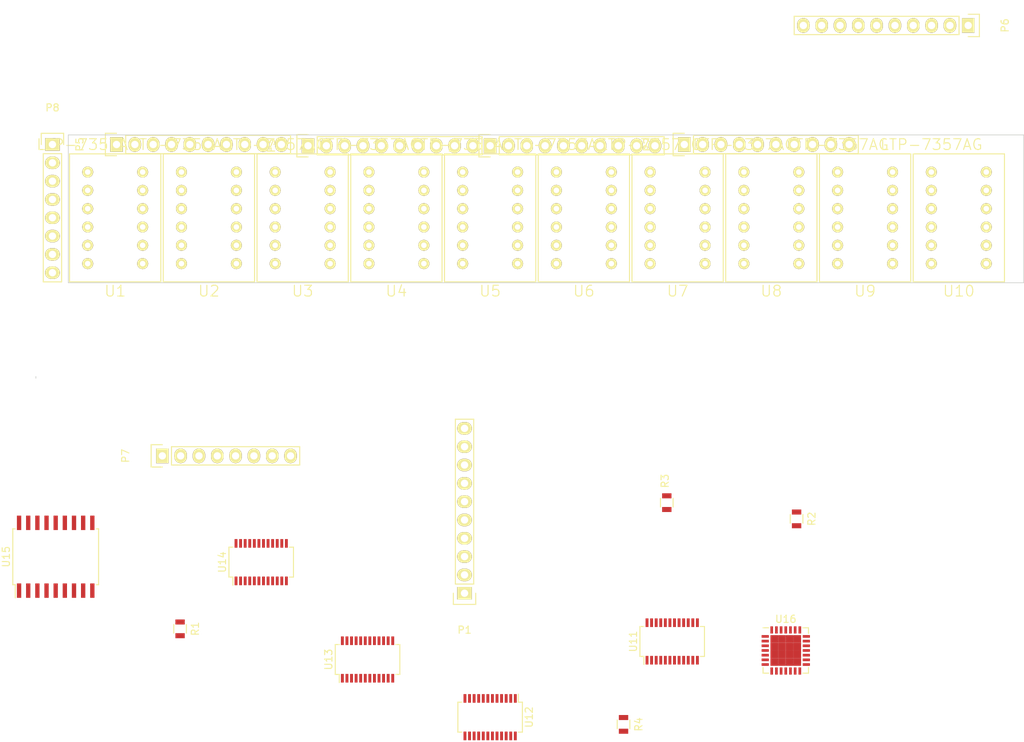
<source format=kicad_pcb>
(kicad_pcb (version 4) (host pcbnew 0.201601211446+6504~42~ubuntu15.10.1-product)

  (general
    (links 91)
    (no_connects 91)
    (area 80.199999 67.199999 217.300001 101.050001)
    (thickness 1.6)
    (drawings 5)
    (tracks 0)
    (zones 0)
    (modules 28)
    (nets 20)
  )

  (page A4)
  (layers
    (0 F.Cu signal)
    (31 B.Cu signal)
    (32 B.Adhes user)
    (33 F.Adhes user)
    (34 B.Paste user)
    (35 F.Paste user)
    (36 B.SilkS user)
    (37 F.SilkS user)
    (38 B.Mask user)
    (39 F.Mask user)
    (40 Dwgs.User user)
    (41 Cmts.User user)
    (42 Eco1.User user)
    (43 Eco2.User user)
    (44 Edge.Cuts user)
    (45 Margin user)
    (46 B.CrtYd user)
    (47 F.CrtYd user)
    (48 B.Fab user)
    (49 F.Fab user)
  )

  (setup
    (last_trace_width 0.25)
    (trace_clearance 0.2)
    (zone_clearance 0.508)
    (zone_45_only no)
    (trace_min 0.2)
    (segment_width 0.2)
    (edge_width 0.1)
    (via_size 0.6)
    (via_drill 0.4)
    (via_min_size 0.4)
    (via_min_drill 0.3)
    (uvia_size 0.3)
    (uvia_drill 0.1)
    (uvias_allowed no)
    (uvia_min_size 0.2)
    (uvia_min_drill 0.1)
    (pcb_text_width 0.3)
    (pcb_text_size 1.5 1.5)
    (mod_edge_width 0.15)
    (mod_text_size 1 1)
    (mod_text_width 0.15)
    (pad_size 1.5 1.5)
    (pad_drill 0.6)
    (pad_to_mask_clearance 0)
    (aux_axis_origin 0 0)
    (visible_elements FFFFF77F)
    (pcbplotparams
      (layerselection 0x00030_ffffffff)
      (usegerberextensions false)
      (excludeedgelayer true)
      (linewidth 0.100000)
      (plotframeref false)
      (viasonmask false)
      (mode 1)
      (useauxorigin false)
      (hpglpennumber 1)
      (hpglpenspeed 20)
      (hpglpendiameter 15)
      (hpglpenoverlay 2)
      (psnegative false)
      (psa4output false)
      (plotreference true)
      (plotvalue true)
      (plotinvisibletext false)
      (padsonsilk false)
      (subtractmaskfromsilk false)
      (outputformat 1)
      (mirror false)
      (drillshape 1)
      (scaleselection 1)
      (outputdirectory ""))
  )

  (net 0 "")
  (net 1 /ROW7)
  (net 2 /ROW6)
  (net 3 /ROW5)
  (net 4 /ROW3)
  (net 5 /ROW1)
  (net 6 /ROW2)
  (net 7 /ROW4)
  (net 8 GND)
  (net 9 "Net-(U11-Pad2)")
  (net 10 "Net-(U11-Pad3)")
  (net 11 "Net-(U11-Pad4)")
  (net 12 "Net-(U11-Pad21)")
  (net 13 VCC)
  (net 14 "Net-(U12-Pad2)")
  (net 15 "Net-(U13-Pad2)")
  (net 16 "Net-(R1-Pad1)")
  (net 17 "Net-(R2-Pad1)")
  (net 18 "Net-(R3-Pad1)")
  (net 19 "Net-(R4-Pad1)")

  (net_class Default "This is the default net class."
    (clearance 0.2)
    (trace_width 0.25)
    (via_dia 0.6)
    (via_drill 0.4)
    (uvia_dia 0.3)
    (uvia_drill 0.1)
    (add_net /ROW1)
    (add_net /ROW2)
    (add_net /ROW3)
    (add_net /ROW4)
    (add_net /ROW5)
    (add_net /ROW6)
    (add_net /ROW7)
    (add_net GND)
    (add_net "Net-(R1-Pad1)")
    (add_net "Net-(R2-Pad1)")
    (add_net "Net-(R3-Pad1)")
    (add_net "Net-(R4-Pad1)")
    (add_net "Net-(U11-Pad2)")
    (add_net "Net-(U11-Pad21)")
    (add_net "Net-(U11-Pad3)")
    (add_net "Net-(U11-Pad4)")
    (add_net "Net-(U12-Pad2)")
    (add_net "Net-(U13-Pad2)")
    (add_net VCC)
  )

  (module dot_matrix:LTP-7357AG (layer F.Cu) (tedit 54955E13) (tstamp 569F1C60)
    (at 104.25 78.75)
    (path /5611AE34)
    (fp_text reference U2 (at 0 10.16) (layer F.SilkS)
      (effects (font (size 1.5 1.5) (thickness 0.15)))
    )
    (fp_text value LTP-7357AG (at -3.81 -10.16) (layer F.SilkS)
      (effects (font (size 1.5 1.5) (thickness 0.15)))
    )
    (fp_line (start -6.33 -8.87) (end -6.33 8.87) (layer F.SilkS) (width 0.15))
    (fp_line (start -6.33 8.87) (end 6.33 8.87) (layer F.SilkS) (width 0.15))
    (fp_line (start 6.33 8.87) (end 6.33 -8.87) (layer F.SilkS) (width 0.15))
    (fp_line (start -6.33 -8.87) (end 6.33 -8.87) (layer F.SilkS) (width 0.15))
    (pad 6 thru_hole circle (at -3.81 6.35) (size 1.524 1.524) (drill 0.762) (layers *.Cu *.Mask F.SilkS)
      (net 1 /ROW7))
    (pad 5 thru_hole circle (at -3.81 3.81) (size 1.524 1.524) (drill 0.762) (layers *.Cu *.Mask F.SilkS)
      (net 2 /ROW6))
    (pad 4 thru_hole circle (at -3.81 1.27) (size 1.524 1.524) (drill 0.762) (layers *.Cu *.Mask F.SilkS)
      (net 3 /ROW5))
    (pad 3 thru_hole circle (at -3.81 -1.27) (size 1.524 1.524) (drill 0.762) (layers *.Cu *.Mask F.SilkS))
    (pad 2 thru_hole circle (at -3.81 -3.81) (size 1.524 1.524) (drill 0.762) (layers *.Cu *.Mask F.SilkS)
      (net 4 /ROW3))
    (pad 1 thru_hole circle (at -3.81 -6.35) (size 1.524 1.524) (drill 0.762) (layers *.Cu *.Mask F.SilkS))
    (pad 12 thru_hole circle (at 3.81 -6.35) (size 1.524 1.524) (drill 0.762) (layers *.Cu *.Mask F.SilkS)
      (net 5 /ROW1))
    (pad 11 thru_hole circle (at 3.81 -3.81) (size 1.524 1.524) (drill 0.762) (layers *.Cu *.Mask F.SilkS)
      (net 6 /ROW2))
    (pad 10 thru_hole circle (at 3.81 -1.27) (size 1.524 1.524) (drill 0.762) (layers *.Cu *.Mask F.SilkS))
    (pad 9 thru_hole circle (at 3.81 1.27) (size 1.524 1.524) (drill 0.762) (layers *.Cu *.Mask F.SilkS)
      (net 7 /ROW4))
    (pad 8 thru_hole circle (at 3.81 3.81) (size 1.524 1.524) (drill 0.762) (layers *.Cu *.Mask F.SilkS))
    (pad 7 thru_hole circle (at 3.81 6.35) (size 1.524 1.524) (drill 0.762) (layers *.Cu *.Mask F.SilkS))
  )

  (module dot_matrix:LTP-7357AG (layer F.Cu) (tedit 54955E13) (tstamp 569F1C50)
    (at 91.25 78.75)
    (path /5611AE1A)
    (fp_text reference U1 (at 0 10.16) (layer F.SilkS)
      (effects (font (size 1.5 1.5) (thickness 0.15)))
    )
    (fp_text value LTP-7357AG (at -3.81 -10.16) (layer F.SilkS)
      (effects (font (size 1.5 1.5) (thickness 0.15)))
    )
    (fp_line (start -6.33 -8.87) (end -6.33 8.87) (layer F.SilkS) (width 0.15))
    (fp_line (start -6.33 8.87) (end 6.33 8.87) (layer F.SilkS) (width 0.15))
    (fp_line (start 6.33 8.87) (end 6.33 -8.87) (layer F.SilkS) (width 0.15))
    (fp_line (start -6.33 -8.87) (end 6.33 -8.87) (layer F.SilkS) (width 0.15))
    (pad 6 thru_hole circle (at -3.81 6.35) (size 1.524 1.524) (drill 0.762) (layers *.Cu *.Mask F.SilkS)
      (net 1 /ROW7))
    (pad 5 thru_hole circle (at -3.81 3.81) (size 1.524 1.524) (drill 0.762) (layers *.Cu *.Mask F.SilkS)
      (net 2 /ROW6))
    (pad 4 thru_hole circle (at -3.81 1.27) (size 1.524 1.524) (drill 0.762) (layers *.Cu *.Mask F.SilkS)
      (net 3 /ROW5))
    (pad 3 thru_hole circle (at -3.81 -1.27) (size 1.524 1.524) (drill 0.762) (layers *.Cu *.Mask F.SilkS))
    (pad 2 thru_hole circle (at -3.81 -3.81) (size 1.524 1.524) (drill 0.762) (layers *.Cu *.Mask F.SilkS)
      (net 4 /ROW3))
    (pad 1 thru_hole circle (at -3.81 -6.35) (size 1.524 1.524) (drill 0.762) (layers *.Cu *.Mask F.SilkS))
    (pad 12 thru_hole circle (at 3.81 -6.35) (size 1.524 1.524) (drill 0.762) (layers *.Cu *.Mask F.SilkS)
      (net 5 /ROW1))
    (pad 11 thru_hole circle (at 3.81 -3.81) (size 1.524 1.524) (drill 0.762) (layers *.Cu *.Mask F.SilkS)
      (net 6 /ROW2))
    (pad 10 thru_hole circle (at 3.81 -1.27) (size 1.524 1.524) (drill 0.762) (layers *.Cu *.Mask F.SilkS))
    (pad 9 thru_hole circle (at 3.81 1.27) (size 1.524 1.524) (drill 0.762) (layers *.Cu *.Mask F.SilkS)
      (net 7 /ROW4))
    (pad 8 thru_hole circle (at 3.81 3.81) (size 1.524 1.524) (drill 0.762) (layers *.Cu *.Mask F.SilkS))
    (pad 7 thru_hole circle (at 3.81 6.35) (size 1.524 1.524) (drill 0.762) (layers *.Cu *.Mask F.SilkS))
  )

  (module dot_matrix:LTP-7357AG (layer F.Cu) (tedit 54955E13) (tstamp 569F1C70)
    (at 117.25 78.75)
    (path /5611AE74)
    (fp_text reference U3 (at 0 10.16) (layer F.SilkS)
      (effects (font (size 1.5 1.5) (thickness 0.15)))
    )
    (fp_text value LTP-7357AG (at -3.81 -10.16) (layer F.SilkS)
      (effects (font (size 1.5 1.5) (thickness 0.15)))
    )
    (fp_line (start -6.33 -8.87) (end -6.33 8.87) (layer F.SilkS) (width 0.15))
    (fp_line (start -6.33 8.87) (end 6.33 8.87) (layer F.SilkS) (width 0.15))
    (fp_line (start 6.33 8.87) (end 6.33 -8.87) (layer F.SilkS) (width 0.15))
    (fp_line (start -6.33 -8.87) (end 6.33 -8.87) (layer F.SilkS) (width 0.15))
    (pad 6 thru_hole circle (at -3.81 6.35) (size 1.524 1.524) (drill 0.762) (layers *.Cu *.Mask F.SilkS)
      (net 1 /ROW7))
    (pad 5 thru_hole circle (at -3.81 3.81) (size 1.524 1.524) (drill 0.762) (layers *.Cu *.Mask F.SilkS)
      (net 2 /ROW6))
    (pad 4 thru_hole circle (at -3.81 1.27) (size 1.524 1.524) (drill 0.762) (layers *.Cu *.Mask F.SilkS)
      (net 3 /ROW5))
    (pad 3 thru_hole circle (at -3.81 -1.27) (size 1.524 1.524) (drill 0.762) (layers *.Cu *.Mask F.SilkS))
    (pad 2 thru_hole circle (at -3.81 -3.81) (size 1.524 1.524) (drill 0.762) (layers *.Cu *.Mask F.SilkS)
      (net 4 /ROW3))
    (pad 1 thru_hole circle (at -3.81 -6.35) (size 1.524 1.524) (drill 0.762) (layers *.Cu *.Mask F.SilkS))
    (pad 12 thru_hole circle (at 3.81 -6.35) (size 1.524 1.524) (drill 0.762) (layers *.Cu *.Mask F.SilkS)
      (net 5 /ROW1))
    (pad 11 thru_hole circle (at 3.81 -3.81) (size 1.524 1.524) (drill 0.762) (layers *.Cu *.Mask F.SilkS)
      (net 6 /ROW2))
    (pad 10 thru_hole circle (at 3.81 -1.27) (size 1.524 1.524) (drill 0.762) (layers *.Cu *.Mask F.SilkS))
    (pad 9 thru_hole circle (at 3.81 1.27) (size 1.524 1.524) (drill 0.762) (layers *.Cu *.Mask F.SilkS)
      (net 7 /ROW4))
    (pad 8 thru_hole circle (at 3.81 3.81) (size 1.524 1.524) (drill 0.762) (layers *.Cu *.Mask F.SilkS))
    (pad 7 thru_hole circle (at 3.81 6.35) (size 1.524 1.524) (drill 0.762) (layers *.Cu *.Mask F.SilkS))
  )

  (module dot_matrix:LTP-7357AG (layer F.Cu) (tedit 54955E13) (tstamp 569F1C80)
    (at 130.25 78.75)
    (path /5611AEC7)
    (fp_text reference U4 (at 0 10.16) (layer F.SilkS)
      (effects (font (size 1.5 1.5) (thickness 0.15)))
    )
    (fp_text value LTP-7357AG (at -3.81 -10.16) (layer F.SilkS)
      (effects (font (size 1.5 1.5) (thickness 0.15)))
    )
    (fp_line (start -6.33 -8.87) (end -6.33 8.87) (layer F.SilkS) (width 0.15))
    (fp_line (start -6.33 8.87) (end 6.33 8.87) (layer F.SilkS) (width 0.15))
    (fp_line (start 6.33 8.87) (end 6.33 -8.87) (layer F.SilkS) (width 0.15))
    (fp_line (start -6.33 -8.87) (end 6.33 -8.87) (layer F.SilkS) (width 0.15))
    (pad 6 thru_hole circle (at -3.81 6.35) (size 1.524 1.524) (drill 0.762) (layers *.Cu *.Mask F.SilkS)
      (net 1 /ROW7))
    (pad 5 thru_hole circle (at -3.81 3.81) (size 1.524 1.524) (drill 0.762) (layers *.Cu *.Mask F.SilkS)
      (net 2 /ROW6))
    (pad 4 thru_hole circle (at -3.81 1.27) (size 1.524 1.524) (drill 0.762) (layers *.Cu *.Mask F.SilkS)
      (net 3 /ROW5))
    (pad 3 thru_hole circle (at -3.81 -1.27) (size 1.524 1.524) (drill 0.762) (layers *.Cu *.Mask F.SilkS))
    (pad 2 thru_hole circle (at -3.81 -3.81) (size 1.524 1.524) (drill 0.762) (layers *.Cu *.Mask F.SilkS)
      (net 4 /ROW3))
    (pad 1 thru_hole circle (at -3.81 -6.35) (size 1.524 1.524) (drill 0.762) (layers *.Cu *.Mask F.SilkS))
    (pad 12 thru_hole circle (at 3.81 -6.35) (size 1.524 1.524) (drill 0.762) (layers *.Cu *.Mask F.SilkS)
      (net 5 /ROW1))
    (pad 11 thru_hole circle (at 3.81 -3.81) (size 1.524 1.524) (drill 0.762) (layers *.Cu *.Mask F.SilkS)
      (net 6 /ROW2))
    (pad 10 thru_hole circle (at 3.81 -1.27) (size 1.524 1.524) (drill 0.762) (layers *.Cu *.Mask F.SilkS))
    (pad 9 thru_hole circle (at 3.81 1.27) (size 1.524 1.524) (drill 0.762) (layers *.Cu *.Mask F.SilkS)
      (net 7 /ROW4))
    (pad 8 thru_hole circle (at 3.81 3.81) (size 1.524 1.524) (drill 0.762) (layers *.Cu *.Mask F.SilkS))
    (pad 7 thru_hole circle (at 3.81 6.35) (size 1.524 1.524) (drill 0.762) (layers *.Cu *.Mask F.SilkS))
  )

  (module dot_matrix:LTP-7357AG (layer F.Cu) (tedit 54955E13) (tstamp 569F1C90)
    (at 143.25 78.75)
    (path /5611B14A)
    (fp_text reference U5 (at 0 10.16) (layer F.SilkS)
      (effects (font (size 1.5 1.5) (thickness 0.15)))
    )
    (fp_text value LTP-7357AG (at -3.81 -10.16) (layer F.SilkS)
      (effects (font (size 1.5 1.5) (thickness 0.15)))
    )
    (fp_line (start -6.33 -8.87) (end -6.33 8.87) (layer F.SilkS) (width 0.15))
    (fp_line (start -6.33 8.87) (end 6.33 8.87) (layer F.SilkS) (width 0.15))
    (fp_line (start 6.33 8.87) (end 6.33 -8.87) (layer F.SilkS) (width 0.15))
    (fp_line (start -6.33 -8.87) (end 6.33 -8.87) (layer F.SilkS) (width 0.15))
    (pad 6 thru_hole circle (at -3.81 6.35) (size 1.524 1.524) (drill 0.762) (layers *.Cu *.Mask F.SilkS)
      (net 1 /ROW7))
    (pad 5 thru_hole circle (at -3.81 3.81) (size 1.524 1.524) (drill 0.762) (layers *.Cu *.Mask F.SilkS)
      (net 2 /ROW6))
    (pad 4 thru_hole circle (at -3.81 1.27) (size 1.524 1.524) (drill 0.762) (layers *.Cu *.Mask F.SilkS)
      (net 3 /ROW5))
    (pad 3 thru_hole circle (at -3.81 -1.27) (size 1.524 1.524) (drill 0.762) (layers *.Cu *.Mask F.SilkS))
    (pad 2 thru_hole circle (at -3.81 -3.81) (size 1.524 1.524) (drill 0.762) (layers *.Cu *.Mask F.SilkS)
      (net 4 /ROW3))
    (pad 1 thru_hole circle (at -3.81 -6.35) (size 1.524 1.524) (drill 0.762) (layers *.Cu *.Mask F.SilkS))
    (pad 12 thru_hole circle (at 3.81 -6.35) (size 1.524 1.524) (drill 0.762) (layers *.Cu *.Mask F.SilkS)
      (net 5 /ROW1))
    (pad 11 thru_hole circle (at 3.81 -3.81) (size 1.524 1.524) (drill 0.762) (layers *.Cu *.Mask F.SilkS)
      (net 6 /ROW2))
    (pad 10 thru_hole circle (at 3.81 -1.27) (size 1.524 1.524) (drill 0.762) (layers *.Cu *.Mask F.SilkS))
    (pad 9 thru_hole circle (at 3.81 1.27) (size 1.524 1.524) (drill 0.762) (layers *.Cu *.Mask F.SilkS)
      (net 7 /ROW4))
    (pad 8 thru_hole circle (at 3.81 3.81) (size 1.524 1.524) (drill 0.762) (layers *.Cu *.Mask F.SilkS))
    (pad 7 thru_hole circle (at 3.81 6.35) (size 1.524 1.524) (drill 0.762) (layers *.Cu *.Mask F.SilkS))
  )

  (module dot_matrix:LTP-7357AG (layer F.Cu) (tedit 54955E13) (tstamp 569F1CA0)
    (at 156.25 78.75)
    (path /5611B2BE)
    (fp_text reference U6 (at 0 10.16) (layer F.SilkS)
      (effects (font (size 1.5 1.5) (thickness 0.15)))
    )
    (fp_text value LTP-7357AG (at -3.81 -10.16) (layer F.SilkS)
      (effects (font (size 1.5 1.5) (thickness 0.15)))
    )
    (fp_line (start -6.33 -8.87) (end -6.33 8.87) (layer F.SilkS) (width 0.15))
    (fp_line (start -6.33 8.87) (end 6.33 8.87) (layer F.SilkS) (width 0.15))
    (fp_line (start 6.33 8.87) (end 6.33 -8.87) (layer F.SilkS) (width 0.15))
    (fp_line (start -6.33 -8.87) (end 6.33 -8.87) (layer F.SilkS) (width 0.15))
    (pad 6 thru_hole circle (at -3.81 6.35) (size 1.524 1.524) (drill 0.762) (layers *.Cu *.Mask F.SilkS)
      (net 1 /ROW7))
    (pad 5 thru_hole circle (at -3.81 3.81) (size 1.524 1.524) (drill 0.762) (layers *.Cu *.Mask F.SilkS)
      (net 2 /ROW6))
    (pad 4 thru_hole circle (at -3.81 1.27) (size 1.524 1.524) (drill 0.762) (layers *.Cu *.Mask F.SilkS)
      (net 3 /ROW5))
    (pad 3 thru_hole circle (at -3.81 -1.27) (size 1.524 1.524) (drill 0.762) (layers *.Cu *.Mask F.SilkS))
    (pad 2 thru_hole circle (at -3.81 -3.81) (size 1.524 1.524) (drill 0.762) (layers *.Cu *.Mask F.SilkS)
      (net 4 /ROW3))
    (pad 1 thru_hole circle (at -3.81 -6.35) (size 1.524 1.524) (drill 0.762) (layers *.Cu *.Mask F.SilkS))
    (pad 12 thru_hole circle (at 3.81 -6.35) (size 1.524 1.524) (drill 0.762) (layers *.Cu *.Mask F.SilkS)
      (net 5 /ROW1))
    (pad 11 thru_hole circle (at 3.81 -3.81) (size 1.524 1.524) (drill 0.762) (layers *.Cu *.Mask F.SilkS)
      (net 6 /ROW2))
    (pad 10 thru_hole circle (at 3.81 -1.27) (size 1.524 1.524) (drill 0.762) (layers *.Cu *.Mask F.SilkS))
    (pad 9 thru_hole circle (at 3.81 1.27) (size 1.524 1.524) (drill 0.762) (layers *.Cu *.Mask F.SilkS)
      (net 7 /ROW4))
    (pad 8 thru_hole circle (at 3.81 3.81) (size 1.524 1.524) (drill 0.762) (layers *.Cu *.Mask F.SilkS))
    (pad 7 thru_hole circle (at 3.81 6.35) (size 1.524 1.524) (drill 0.762) (layers *.Cu *.Mask F.SilkS))
  )

  (module dot_matrix:LTP-7357AG (layer F.Cu) (tedit 54955E13) (tstamp 569F1CB0)
    (at 169.25 78.75)
    (path /5611B2C4)
    (fp_text reference U7 (at 0 10.16) (layer F.SilkS)
      (effects (font (size 1.5 1.5) (thickness 0.15)))
    )
    (fp_text value LTP-7357AG (at -3.81 -10.16) (layer F.SilkS)
      (effects (font (size 1.5 1.5) (thickness 0.15)))
    )
    (fp_line (start -6.33 -8.87) (end -6.33 8.87) (layer F.SilkS) (width 0.15))
    (fp_line (start -6.33 8.87) (end 6.33 8.87) (layer F.SilkS) (width 0.15))
    (fp_line (start 6.33 8.87) (end 6.33 -8.87) (layer F.SilkS) (width 0.15))
    (fp_line (start -6.33 -8.87) (end 6.33 -8.87) (layer F.SilkS) (width 0.15))
    (pad 6 thru_hole circle (at -3.81 6.35) (size 1.524 1.524) (drill 0.762) (layers *.Cu *.Mask F.SilkS)
      (net 1 /ROW7))
    (pad 5 thru_hole circle (at -3.81 3.81) (size 1.524 1.524) (drill 0.762) (layers *.Cu *.Mask F.SilkS)
      (net 2 /ROW6))
    (pad 4 thru_hole circle (at -3.81 1.27) (size 1.524 1.524) (drill 0.762) (layers *.Cu *.Mask F.SilkS)
      (net 3 /ROW5))
    (pad 3 thru_hole circle (at -3.81 -1.27) (size 1.524 1.524) (drill 0.762) (layers *.Cu *.Mask F.SilkS))
    (pad 2 thru_hole circle (at -3.81 -3.81) (size 1.524 1.524) (drill 0.762) (layers *.Cu *.Mask F.SilkS)
      (net 4 /ROW3))
    (pad 1 thru_hole circle (at -3.81 -6.35) (size 1.524 1.524) (drill 0.762) (layers *.Cu *.Mask F.SilkS))
    (pad 12 thru_hole circle (at 3.81 -6.35) (size 1.524 1.524) (drill 0.762) (layers *.Cu *.Mask F.SilkS)
      (net 5 /ROW1))
    (pad 11 thru_hole circle (at 3.81 -3.81) (size 1.524 1.524) (drill 0.762) (layers *.Cu *.Mask F.SilkS)
      (net 6 /ROW2))
    (pad 10 thru_hole circle (at 3.81 -1.27) (size 1.524 1.524) (drill 0.762) (layers *.Cu *.Mask F.SilkS))
    (pad 9 thru_hole circle (at 3.81 1.27) (size 1.524 1.524) (drill 0.762) (layers *.Cu *.Mask F.SilkS)
      (net 7 /ROW4))
    (pad 8 thru_hole circle (at 3.81 3.81) (size 1.524 1.524) (drill 0.762) (layers *.Cu *.Mask F.SilkS))
    (pad 7 thru_hole circle (at 3.81 6.35) (size 1.524 1.524) (drill 0.762) (layers *.Cu *.Mask F.SilkS))
  )

  (module dot_matrix:LTP-7357AG (layer F.Cu) (tedit 54955E13) (tstamp 569F1CC0)
    (at 182.25 78.75)
    (path /5611B2CA)
    (fp_text reference U8 (at 0 10.16) (layer F.SilkS)
      (effects (font (size 1.5 1.5) (thickness 0.15)))
    )
    (fp_text value LTP-7357AG (at -3.81 -10.16) (layer F.SilkS)
      (effects (font (size 1.5 1.5) (thickness 0.15)))
    )
    (fp_line (start -6.33 -8.87) (end -6.33 8.87) (layer F.SilkS) (width 0.15))
    (fp_line (start -6.33 8.87) (end 6.33 8.87) (layer F.SilkS) (width 0.15))
    (fp_line (start 6.33 8.87) (end 6.33 -8.87) (layer F.SilkS) (width 0.15))
    (fp_line (start -6.33 -8.87) (end 6.33 -8.87) (layer F.SilkS) (width 0.15))
    (pad 6 thru_hole circle (at -3.81 6.35) (size 1.524 1.524) (drill 0.762) (layers *.Cu *.Mask F.SilkS)
      (net 1 /ROW7))
    (pad 5 thru_hole circle (at -3.81 3.81) (size 1.524 1.524) (drill 0.762) (layers *.Cu *.Mask F.SilkS)
      (net 2 /ROW6))
    (pad 4 thru_hole circle (at -3.81 1.27) (size 1.524 1.524) (drill 0.762) (layers *.Cu *.Mask F.SilkS)
      (net 3 /ROW5))
    (pad 3 thru_hole circle (at -3.81 -1.27) (size 1.524 1.524) (drill 0.762) (layers *.Cu *.Mask F.SilkS))
    (pad 2 thru_hole circle (at -3.81 -3.81) (size 1.524 1.524) (drill 0.762) (layers *.Cu *.Mask F.SilkS)
      (net 4 /ROW3))
    (pad 1 thru_hole circle (at -3.81 -6.35) (size 1.524 1.524) (drill 0.762) (layers *.Cu *.Mask F.SilkS))
    (pad 12 thru_hole circle (at 3.81 -6.35) (size 1.524 1.524) (drill 0.762) (layers *.Cu *.Mask F.SilkS)
      (net 5 /ROW1))
    (pad 11 thru_hole circle (at 3.81 -3.81) (size 1.524 1.524) (drill 0.762) (layers *.Cu *.Mask F.SilkS)
      (net 6 /ROW2))
    (pad 10 thru_hole circle (at 3.81 -1.27) (size 1.524 1.524) (drill 0.762) (layers *.Cu *.Mask F.SilkS))
    (pad 9 thru_hole circle (at 3.81 1.27) (size 1.524 1.524) (drill 0.762) (layers *.Cu *.Mask F.SilkS)
      (net 7 /ROW4))
    (pad 8 thru_hole circle (at 3.81 3.81) (size 1.524 1.524) (drill 0.762) (layers *.Cu *.Mask F.SilkS))
    (pad 7 thru_hole circle (at 3.81 6.35) (size 1.524 1.524) (drill 0.762) (layers *.Cu *.Mask F.SilkS))
  )

  (module dot_matrix:LTP-7357AG (layer F.Cu) (tedit 54955E13) (tstamp 569F1CD0)
    (at 195.25 78.75)
    (path /5611B2D0)
    (fp_text reference U9 (at 0 10.16) (layer F.SilkS)
      (effects (font (size 1.5 1.5) (thickness 0.15)))
    )
    (fp_text value LTP-7357AG (at -3.81 -10.16) (layer F.SilkS)
      (effects (font (size 1.5 1.5) (thickness 0.15)))
    )
    (fp_line (start -6.33 -8.87) (end -6.33 8.87) (layer F.SilkS) (width 0.15))
    (fp_line (start -6.33 8.87) (end 6.33 8.87) (layer F.SilkS) (width 0.15))
    (fp_line (start 6.33 8.87) (end 6.33 -8.87) (layer F.SilkS) (width 0.15))
    (fp_line (start -6.33 -8.87) (end 6.33 -8.87) (layer F.SilkS) (width 0.15))
    (pad 6 thru_hole circle (at -3.81 6.35) (size 1.524 1.524) (drill 0.762) (layers *.Cu *.Mask F.SilkS)
      (net 1 /ROW7))
    (pad 5 thru_hole circle (at -3.81 3.81) (size 1.524 1.524) (drill 0.762) (layers *.Cu *.Mask F.SilkS)
      (net 2 /ROW6))
    (pad 4 thru_hole circle (at -3.81 1.27) (size 1.524 1.524) (drill 0.762) (layers *.Cu *.Mask F.SilkS)
      (net 3 /ROW5))
    (pad 3 thru_hole circle (at -3.81 -1.27) (size 1.524 1.524) (drill 0.762) (layers *.Cu *.Mask F.SilkS))
    (pad 2 thru_hole circle (at -3.81 -3.81) (size 1.524 1.524) (drill 0.762) (layers *.Cu *.Mask F.SilkS)
      (net 4 /ROW3))
    (pad 1 thru_hole circle (at -3.81 -6.35) (size 1.524 1.524) (drill 0.762) (layers *.Cu *.Mask F.SilkS))
    (pad 12 thru_hole circle (at 3.81 -6.35) (size 1.524 1.524) (drill 0.762) (layers *.Cu *.Mask F.SilkS)
      (net 5 /ROW1))
    (pad 11 thru_hole circle (at 3.81 -3.81) (size 1.524 1.524) (drill 0.762) (layers *.Cu *.Mask F.SilkS)
      (net 6 /ROW2))
    (pad 10 thru_hole circle (at 3.81 -1.27) (size 1.524 1.524) (drill 0.762) (layers *.Cu *.Mask F.SilkS))
    (pad 9 thru_hole circle (at 3.81 1.27) (size 1.524 1.524) (drill 0.762) (layers *.Cu *.Mask F.SilkS)
      (net 7 /ROW4))
    (pad 8 thru_hole circle (at 3.81 3.81) (size 1.524 1.524) (drill 0.762) (layers *.Cu *.Mask F.SilkS))
    (pad 7 thru_hole circle (at 3.81 6.35) (size 1.524 1.524) (drill 0.762) (layers *.Cu *.Mask F.SilkS))
  )

  (module dot_matrix:LTP-7357AG (layer F.Cu) (tedit 54955E13) (tstamp 569F1CE0)
    (at 208.25 78.75)
    (path /5611B2D6)
    (fp_text reference U10 (at 0 10.16) (layer F.SilkS)
      (effects (font (size 1.5 1.5) (thickness 0.15)))
    )
    (fp_text value LTP-7357AG (at -3.81 -10.16) (layer F.SilkS)
      (effects (font (size 1.5 1.5) (thickness 0.15)))
    )
    (fp_line (start -6.33 -8.87) (end -6.33 8.87) (layer F.SilkS) (width 0.15))
    (fp_line (start -6.33 8.87) (end 6.33 8.87) (layer F.SilkS) (width 0.15))
    (fp_line (start 6.33 8.87) (end 6.33 -8.87) (layer F.SilkS) (width 0.15))
    (fp_line (start -6.33 -8.87) (end 6.33 -8.87) (layer F.SilkS) (width 0.15))
    (pad 6 thru_hole circle (at -3.81 6.35) (size 1.524 1.524) (drill 0.762) (layers *.Cu *.Mask F.SilkS)
      (net 1 /ROW7))
    (pad 5 thru_hole circle (at -3.81 3.81) (size 1.524 1.524) (drill 0.762) (layers *.Cu *.Mask F.SilkS)
      (net 2 /ROW6))
    (pad 4 thru_hole circle (at -3.81 1.27) (size 1.524 1.524) (drill 0.762) (layers *.Cu *.Mask F.SilkS)
      (net 3 /ROW5))
    (pad 3 thru_hole circle (at -3.81 -1.27) (size 1.524 1.524) (drill 0.762) (layers *.Cu *.Mask F.SilkS))
    (pad 2 thru_hole circle (at -3.81 -3.81) (size 1.524 1.524) (drill 0.762) (layers *.Cu *.Mask F.SilkS)
      (net 4 /ROW3))
    (pad 1 thru_hole circle (at -3.81 -6.35) (size 1.524 1.524) (drill 0.762) (layers *.Cu *.Mask F.SilkS))
    (pad 12 thru_hole circle (at 3.81 -6.35) (size 1.524 1.524) (drill 0.762) (layers *.Cu *.Mask F.SilkS)
      (net 5 /ROW1))
    (pad 11 thru_hole circle (at 3.81 -3.81) (size 1.524 1.524) (drill 0.762) (layers *.Cu *.Mask F.SilkS)
      (net 6 /ROW2))
    (pad 10 thru_hole circle (at 3.81 -1.27) (size 1.524 1.524) (drill 0.762) (layers *.Cu *.Mask F.SilkS))
    (pad 9 thru_hole circle (at 3.81 1.27) (size 1.524 1.524) (drill 0.762) (layers *.Cu *.Mask F.SilkS)
      (net 7 /ROW4))
    (pad 8 thru_hole circle (at 3.81 3.81) (size 1.524 1.524) (drill 0.762) (layers *.Cu *.Mask F.SilkS))
    (pad 7 thru_hole circle (at 3.81 6.35) (size 1.524 1.524) (drill 0.762) (layers *.Cu *.Mask F.SilkS))
  )

  (module Housings_SSOP:SSOP-24_3.9x8.7mm_Pitch0.635mm (layer F.Cu) (tedit 54130A77) (tstamp 569F1CFC)
    (at 168.5 137.5 90)
    (descr "SSOP24: plastic shrink small outline package; 24 leads; body width 3.9 mm; lead pitch 0.635; (see NXP SSOP-TSSOP-VSO-REFLOW.pdf and sot556-1_po.pdf)")
    (tags "SSOP 0.635")
    (path /5621A9D7)
    (attr smd)
    (fp_text reference U11 (at 0 -5.4 90) (layer F.SilkS)
      (effects (font (size 1 1) (thickness 0.15)))
    )
    (fp_text value TLC5928 (at 0 5.4 90) (layer F.Fab)
      (effects (font (size 1 1) (thickness 0.15)))
    )
    (fp_line (start -3.45 -4.65) (end -3.45 4.65) (layer F.CrtYd) (width 0.05))
    (fp_line (start 3.45 -4.65) (end 3.45 4.65) (layer F.CrtYd) (width 0.05))
    (fp_line (start -3.45 -4.65) (end 3.45 -4.65) (layer F.CrtYd) (width 0.05))
    (fp_line (start -3.45 4.65) (end 3.45 4.65) (layer F.CrtYd) (width 0.05))
    (fp_line (start -2.075 -4.475) (end -2.075 -3.9175) (layer F.SilkS) (width 0.15))
    (fp_line (start 2.075 -4.475) (end 2.075 -3.9175) (layer F.SilkS) (width 0.15))
    (fp_line (start 2.075 4.475) (end 2.075 3.9175) (layer F.SilkS) (width 0.15))
    (fp_line (start -2.075 4.475) (end -2.075 3.9175) (layer F.SilkS) (width 0.15))
    (fp_line (start -2.075 -4.475) (end 2.075 -4.475) (layer F.SilkS) (width 0.15))
    (fp_line (start -2.075 4.475) (end 2.075 4.475) (layer F.SilkS) (width 0.15))
    (fp_line (start -2.075 -3.9175) (end -3.2 -3.9175) (layer F.SilkS) (width 0.15))
    (pad 1 smd rect (at -2.6 -3.4925 90) (size 1.2 0.4) (layers F.Cu F.Paste F.Mask)
      (net 8 GND))
    (pad 2 smd rect (at -2.6 -2.8575 90) (size 1.2 0.4) (layers F.Cu F.Paste F.Mask)
      (net 9 "Net-(U11-Pad2)"))
    (pad 3 smd rect (at -2.6 -2.2225 90) (size 1.2 0.4) (layers F.Cu F.Paste F.Mask)
      (net 10 "Net-(U11-Pad3)"))
    (pad 4 smd rect (at -2.6 -1.5875 90) (size 1.2 0.4) (layers F.Cu F.Paste F.Mask)
      (net 11 "Net-(U11-Pad4)"))
    (pad 5 smd rect (at -2.6 -0.9525 90) (size 1.2 0.4) (layers F.Cu F.Paste F.Mask))
    (pad 6 smd rect (at -2.6 -0.3175 90) (size 1.2 0.4) (layers F.Cu F.Paste F.Mask))
    (pad 7 smd rect (at -2.6 0.3175 90) (size 1.2 0.4) (layers F.Cu F.Paste F.Mask))
    (pad 8 smd rect (at -2.6 0.9525 90) (size 1.2 0.4) (layers F.Cu F.Paste F.Mask))
    (pad 9 smd rect (at -2.6 1.5875 90) (size 1.2 0.4) (layers F.Cu F.Paste F.Mask))
    (pad 10 smd rect (at -2.6 2.2225 90) (size 1.2 0.4) (layers F.Cu F.Paste F.Mask))
    (pad 11 smd rect (at -2.6 2.8575 90) (size 1.2 0.4) (layers F.Cu F.Paste F.Mask))
    (pad 12 smd rect (at -2.6 3.4925 90) (size 1.2 0.4) (layers F.Cu F.Paste F.Mask))
    (pad 13 smd rect (at 2.6 3.4925 90) (size 1.2 0.4) (layers F.Cu F.Paste F.Mask))
    (pad 14 smd rect (at 2.6 2.8575 90) (size 1.2 0.4) (layers F.Cu F.Paste F.Mask))
    (pad 15 smd rect (at 2.6 2.2225 90) (size 1.2 0.4) (layers F.Cu F.Paste F.Mask))
    (pad 16 smd rect (at 2.6 1.5875 90) (size 1.2 0.4) (layers F.Cu F.Paste F.Mask))
    (pad 17 smd rect (at 2.6 0.9525 90) (size 1.2 0.4) (layers F.Cu F.Paste F.Mask))
    (pad 18 smd rect (at 2.6 0.3175 90) (size 1.2 0.4) (layers F.Cu F.Paste F.Mask))
    (pad 19 smd rect (at 2.6 -0.3175 90) (size 1.2 0.4) (layers F.Cu F.Paste F.Mask))
    (pad 20 smd rect (at 2.6 -0.9525 90) (size 1.2 0.4) (layers F.Cu F.Paste F.Mask))
    (pad 21 smd rect (at 2.6 -1.5875 90) (size 1.2 0.4) (layers F.Cu F.Paste F.Mask)
      (net 12 "Net-(U11-Pad21)"))
    (pad 22 smd rect (at 2.6 -2.2225 90) (size 1.2 0.4) (layers F.Cu F.Paste F.Mask))
    (pad 23 smd rect (at 2.6 -2.8575 90) (size 1.2 0.4) (layers F.Cu F.Paste F.Mask)
      (net 17 "Net-(R2-Pad1)"))
    (pad 24 smd rect (at 2.6 -3.4925 90) (size 1.2 0.4) (layers F.Cu F.Paste F.Mask)
      (net 13 VCC))
    (model Housings_SSOP.3dshapes/SSOP-24_3.9x8.7mm_Pitch0.635mm.wrl
      (at (xyz 0 0 0))
      (scale (xyz 1 1 1))
      (rotate (xyz 0 0 0))
    )
  )

  (module Housings_SSOP:SSOP-24_3.9x8.7mm_Pitch0.635mm (layer F.Cu) (tedit 54130A77) (tstamp 569F1D18)
    (at 143.25 148 270)
    (descr "SSOP24: plastic shrink small outline package; 24 leads; body width 3.9 mm; lead pitch 0.635; (see NXP SSOP-TSSOP-VSO-REFLOW.pdf and sot556-1_po.pdf)")
    (tags "SSOP 0.635")
    (path /562175F3)
    (attr smd)
    (fp_text reference U12 (at 0 -5.4 270) (layer F.SilkS)
      (effects (font (size 1 1) (thickness 0.15)))
    )
    (fp_text value TLC5928 (at 0 5.4 270) (layer F.Fab)
      (effects (font (size 1 1) (thickness 0.15)))
    )
    (fp_line (start -3.45 -4.65) (end -3.45 4.65) (layer F.CrtYd) (width 0.05))
    (fp_line (start 3.45 -4.65) (end 3.45 4.65) (layer F.CrtYd) (width 0.05))
    (fp_line (start -3.45 -4.65) (end 3.45 -4.65) (layer F.CrtYd) (width 0.05))
    (fp_line (start -3.45 4.65) (end 3.45 4.65) (layer F.CrtYd) (width 0.05))
    (fp_line (start -2.075 -4.475) (end -2.075 -3.9175) (layer F.SilkS) (width 0.15))
    (fp_line (start 2.075 -4.475) (end 2.075 -3.9175) (layer F.SilkS) (width 0.15))
    (fp_line (start 2.075 4.475) (end 2.075 3.9175) (layer F.SilkS) (width 0.15))
    (fp_line (start -2.075 4.475) (end -2.075 3.9175) (layer F.SilkS) (width 0.15))
    (fp_line (start -2.075 -4.475) (end 2.075 -4.475) (layer F.SilkS) (width 0.15))
    (fp_line (start -2.075 4.475) (end 2.075 4.475) (layer F.SilkS) (width 0.15))
    (fp_line (start -2.075 -3.9175) (end -3.2 -3.9175) (layer F.SilkS) (width 0.15))
    (pad 1 smd rect (at -2.6 -3.4925 270) (size 1.2 0.4) (layers F.Cu F.Paste F.Mask)
      (net 8 GND))
    (pad 2 smd rect (at -2.6 -2.8575 270) (size 1.2 0.4) (layers F.Cu F.Paste F.Mask)
      (net 14 "Net-(U12-Pad2)"))
    (pad 3 smd rect (at -2.6 -2.2225 270) (size 1.2 0.4) (layers F.Cu F.Paste F.Mask)
      (net 10 "Net-(U11-Pad3)"))
    (pad 4 smd rect (at -2.6 -1.5875 270) (size 1.2 0.4) (layers F.Cu F.Paste F.Mask)
      (net 11 "Net-(U11-Pad4)"))
    (pad 5 smd rect (at -2.6 -0.9525 270) (size 1.2 0.4) (layers F.Cu F.Paste F.Mask))
    (pad 6 smd rect (at -2.6 -0.3175 270) (size 1.2 0.4) (layers F.Cu F.Paste F.Mask))
    (pad 7 smd rect (at -2.6 0.3175 270) (size 1.2 0.4) (layers F.Cu F.Paste F.Mask))
    (pad 8 smd rect (at -2.6 0.9525 270) (size 1.2 0.4) (layers F.Cu F.Paste F.Mask))
    (pad 9 smd rect (at -2.6 1.5875 270) (size 1.2 0.4) (layers F.Cu F.Paste F.Mask))
    (pad 10 smd rect (at -2.6 2.2225 270) (size 1.2 0.4) (layers F.Cu F.Paste F.Mask))
    (pad 11 smd rect (at -2.6 2.8575 270) (size 1.2 0.4) (layers F.Cu F.Paste F.Mask))
    (pad 12 smd rect (at -2.6 3.4925 270) (size 1.2 0.4) (layers F.Cu F.Paste F.Mask))
    (pad 13 smd rect (at 2.6 3.4925 270) (size 1.2 0.4) (layers F.Cu F.Paste F.Mask))
    (pad 14 smd rect (at 2.6 2.8575 270) (size 1.2 0.4) (layers F.Cu F.Paste F.Mask))
    (pad 15 smd rect (at 2.6 2.2225 270) (size 1.2 0.4) (layers F.Cu F.Paste F.Mask))
    (pad 16 smd rect (at 2.6 1.5875 270) (size 1.2 0.4) (layers F.Cu F.Paste F.Mask))
    (pad 17 smd rect (at 2.6 0.9525 270) (size 1.2 0.4) (layers F.Cu F.Paste F.Mask))
    (pad 18 smd rect (at 2.6 0.3175 270) (size 1.2 0.4) (layers F.Cu F.Paste F.Mask))
    (pad 19 smd rect (at 2.6 -0.3175 270) (size 1.2 0.4) (layers F.Cu F.Paste F.Mask))
    (pad 20 smd rect (at 2.6 -0.9525 270) (size 1.2 0.4) (layers F.Cu F.Paste F.Mask))
    (pad 21 smd rect (at 2.6 -1.5875 270) (size 1.2 0.4) (layers F.Cu F.Paste F.Mask)
      (net 12 "Net-(U11-Pad21)"))
    (pad 22 smd rect (at 2.6 -2.2225 270) (size 1.2 0.4) (layers F.Cu F.Paste F.Mask)
      (net 9 "Net-(U11-Pad2)"))
    (pad 23 smd rect (at 2.6 -2.8575 270) (size 1.2 0.4) (layers F.Cu F.Paste F.Mask)
      (net 18 "Net-(R3-Pad1)"))
    (pad 24 smd rect (at 2.6 -3.4925 270) (size 1.2 0.4) (layers F.Cu F.Paste F.Mask)
      (net 13 VCC))
    (model Housings_SSOP.3dshapes/SSOP-24_3.9x8.7mm_Pitch0.635mm.wrl
      (at (xyz 0 0 0))
      (scale (xyz 1 1 1))
      (rotate (xyz 0 0 0))
    )
  )

  (module Housings_SSOP:SSOP-24_3.9x8.7mm_Pitch0.635mm (layer F.Cu) (tedit 54130A77) (tstamp 569F1D34)
    (at 126.25 140 90)
    (descr "SSOP24: plastic shrink small outline package; 24 leads; body width 3.9 mm; lead pitch 0.635; (see NXP SSOP-TSSOP-VSO-REFLOW.pdf and sot556-1_po.pdf)")
    (tags "SSOP 0.635")
    (path /562174FC)
    (attr smd)
    (fp_text reference U13 (at 0 -5.4 90) (layer F.SilkS)
      (effects (font (size 1 1) (thickness 0.15)))
    )
    (fp_text value TLC5928 (at 0 5.4 90) (layer F.Fab)
      (effects (font (size 1 1) (thickness 0.15)))
    )
    (fp_line (start -3.45 -4.65) (end -3.45 4.65) (layer F.CrtYd) (width 0.05))
    (fp_line (start 3.45 -4.65) (end 3.45 4.65) (layer F.CrtYd) (width 0.05))
    (fp_line (start -3.45 -4.65) (end 3.45 -4.65) (layer F.CrtYd) (width 0.05))
    (fp_line (start -3.45 4.65) (end 3.45 4.65) (layer F.CrtYd) (width 0.05))
    (fp_line (start -2.075 -4.475) (end -2.075 -3.9175) (layer F.SilkS) (width 0.15))
    (fp_line (start 2.075 -4.475) (end 2.075 -3.9175) (layer F.SilkS) (width 0.15))
    (fp_line (start 2.075 4.475) (end 2.075 3.9175) (layer F.SilkS) (width 0.15))
    (fp_line (start -2.075 4.475) (end -2.075 3.9175) (layer F.SilkS) (width 0.15))
    (fp_line (start -2.075 -4.475) (end 2.075 -4.475) (layer F.SilkS) (width 0.15))
    (fp_line (start -2.075 4.475) (end 2.075 4.475) (layer F.SilkS) (width 0.15))
    (fp_line (start -2.075 -3.9175) (end -3.2 -3.9175) (layer F.SilkS) (width 0.15))
    (pad 1 smd rect (at -2.6 -3.4925 90) (size 1.2 0.4) (layers F.Cu F.Paste F.Mask)
      (net 8 GND))
    (pad 2 smd rect (at -2.6 -2.8575 90) (size 1.2 0.4) (layers F.Cu F.Paste F.Mask)
      (net 15 "Net-(U13-Pad2)"))
    (pad 3 smd rect (at -2.6 -2.2225 90) (size 1.2 0.4) (layers F.Cu F.Paste F.Mask)
      (net 10 "Net-(U11-Pad3)"))
    (pad 4 smd rect (at -2.6 -1.5875 90) (size 1.2 0.4) (layers F.Cu F.Paste F.Mask)
      (net 11 "Net-(U11-Pad4)"))
    (pad 5 smd rect (at -2.6 -0.9525 90) (size 1.2 0.4) (layers F.Cu F.Paste F.Mask))
    (pad 6 smd rect (at -2.6 -0.3175 90) (size 1.2 0.4) (layers F.Cu F.Paste F.Mask))
    (pad 7 smd rect (at -2.6 0.3175 90) (size 1.2 0.4) (layers F.Cu F.Paste F.Mask))
    (pad 8 smd rect (at -2.6 0.9525 90) (size 1.2 0.4) (layers F.Cu F.Paste F.Mask))
    (pad 9 smd rect (at -2.6 1.5875 90) (size 1.2 0.4) (layers F.Cu F.Paste F.Mask))
    (pad 10 smd rect (at -2.6 2.2225 90) (size 1.2 0.4) (layers F.Cu F.Paste F.Mask))
    (pad 11 smd rect (at -2.6 2.8575 90) (size 1.2 0.4) (layers F.Cu F.Paste F.Mask))
    (pad 12 smd rect (at -2.6 3.4925 90) (size 1.2 0.4) (layers F.Cu F.Paste F.Mask))
    (pad 13 smd rect (at 2.6 3.4925 90) (size 1.2 0.4) (layers F.Cu F.Paste F.Mask))
    (pad 14 smd rect (at 2.6 2.8575 90) (size 1.2 0.4) (layers F.Cu F.Paste F.Mask))
    (pad 15 smd rect (at 2.6 2.2225 90) (size 1.2 0.4) (layers F.Cu F.Paste F.Mask))
    (pad 16 smd rect (at 2.6 1.5875 90) (size 1.2 0.4) (layers F.Cu F.Paste F.Mask))
    (pad 17 smd rect (at 2.6 0.9525 90) (size 1.2 0.4) (layers F.Cu F.Paste F.Mask))
    (pad 18 smd rect (at 2.6 0.3175 90) (size 1.2 0.4) (layers F.Cu F.Paste F.Mask))
    (pad 19 smd rect (at 2.6 -0.3175 90) (size 1.2 0.4) (layers F.Cu F.Paste F.Mask))
    (pad 20 smd rect (at 2.6 -0.9525 90) (size 1.2 0.4) (layers F.Cu F.Paste F.Mask))
    (pad 21 smd rect (at 2.6 -1.5875 90) (size 1.2 0.4) (layers F.Cu F.Paste F.Mask)
      (net 12 "Net-(U11-Pad21)"))
    (pad 22 smd rect (at 2.6 -2.2225 90) (size 1.2 0.4) (layers F.Cu F.Paste F.Mask)
      (net 14 "Net-(U12-Pad2)"))
    (pad 23 smd rect (at 2.6 -2.8575 90) (size 1.2 0.4) (layers F.Cu F.Paste F.Mask)
      (net 19 "Net-(R4-Pad1)"))
    (pad 24 smd rect (at 2.6 -3.4925 90) (size 1.2 0.4) (layers F.Cu F.Paste F.Mask)
      (net 13 VCC))
    (model Housings_SSOP.3dshapes/SSOP-24_3.9x8.7mm_Pitch0.635mm.wrl
      (at (xyz 0 0 0))
      (scale (xyz 1 1 1))
      (rotate (xyz 0 0 0))
    )
  )

  (module Housings_SSOP:SSOP-24_3.9x8.7mm_Pitch0.635mm (layer F.Cu) (tedit 54130A77) (tstamp 569F1D50)
    (at 111.5 126.5 90)
    (descr "SSOP24: plastic shrink small outline package; 24 leads; body width 3.9 mm; lead pitch 0.635; (see NXP SSOP-TSSOP-VSO-REFLOW.pdf and sot556-1_po.pdf)")
    (tags "SSOP 0.635")
    (path /5621740D)
    (attr smd)
    (fp_text reference U14 (at 0 -5.4 90) (layer F.SilkS)
      (effects (font (size 1 1) (thickness 0.15)))
    )
    (fp_text value TLC5928 (at 0 5.4 90) (layer F.Fab)
      (effects (font (size 1 1) (thickness 0.15)))
    )
    (fp_line (start -3.45 -4.65) (end -3.45 4.65) (layer F.CrtYd) (width 0.05))
    (fp_line (start 3.45 -4.65) (end 3.45 4.65) (layer F.CrtYd) (width 0.05))
    (fp_line (start -3.45 -4.65) (end 3.45 -4.65) (layer F.CrtYd) (width 0.05))
    (fp_line (start -3.45 4.65) (end 3.45 4.65) (layer F.CrtYd) (width 0.05))
    (fp_line (start -2.075 -4.475) (end -2.075 -3.9175) (layer F.SilkS) (width 0.15))
    (fp_line (start 2.075 -4.475) (end 2.075 -3.9175) (layer F.SilkS) (width 0.15))
    (fp_line (start 2.075 4.475) (end 2.075 3.9175) (layer F.SilkS) (width 0.15))
    (fp_line (start -2.075 4.475) (end -2.075 3.9175) (layer F.SilkS) (width 0.15))
    (fp_line (start -2.075 -4.475) (end 2.075 -4.475) (layer F.SilkS) (width 0.15))
    (fp_line (start -2.075 4.475) (end 2.075 4.475) (layer F.SilkS) (width 0.15))
    (fp_line (start -2.075 -3.9175) (end -3.2 -3.9175) (layer F.SilkS) (width 0.15))
    (pad 1 smd rect (at -2.6 -3.4925 90) (size 1.2 0.4) (layers F.Cu F.Paste F.Mask)
      (net 8 GND))
    (pad 2 smd rect (at -2.6 -2.8575 90) (size 1.2 0.4) (layers F.Cu F.Paste F.Mask)
      (net 10 "Net-(U11-Pad3)"))
    (pad 3 smd rect (at -2.6 -2.2225 90) (size 1.2 0.4) (layers F.Cu F.Paste F.Mask)
      (net 11 "Net-(U11-Pad4)"))
    (pad 4 smd rect (at -2.6 -1.5875 90) (size 1.2 0.4) (layers F.Cu F.Paste F.Mask)
      (net 12 "Net-(U11-Pad21)"))
    (pad 5 smd rect (at -2.6 -0.9525 90) (size 1.2 0.4) (layers F.Cu F.Paste F.Mask))
    (pad 6 smd rect (at -2.6 -0.3175 90) (size 1.2 0.4) (layers F.Cu F.Paste F.Mask))
    (pad 7 smd rect (at -2.6 0.3175 90) (size 1.2 0.4) (layers F.Cu F.Paste F.Mask))
    (pad 8 smd rect (at -2.6 0.9525 90) (size 1.2 0.4) (layers F.Cu F.Paste F.Mask))
    (pad 9 smd rect (at -2.6 1.5875 90) (size 1.2 0.4) (layers F.Cu F.Paste F.Mask))
    (pad 10 smd rect (at -2.6 2.2225 90) (size 1.2 0.4) (layers F.Cu F.Paste F.Mask))
    (pad 11 smd rect (at -2.6 2.8575 90) (size 1.2 0.4) (layers F.Cu F.Paste F.Mask))
    (pad 12 smd rect (at -2.6 3.4925 90) (size 1.2 0.4) (layers F.Cu F.Paste F.Mask))
    (pad 13 smd rect (at 2.6 3.4925 90) (size 1.2 0.4) (layers F.Cu F.Paste F.Mask))
    (pad 14 smd rect (at 2.6 2.8575 90) (size 1.2 0.4) (layers F.Cu F.Paste F.Mask))
    (pad 15 smd rect (at 2.6 2.2225 90) (size 1.2 0.4) (layers F.Cu F.Paste F.Mask))
    (pad 16 smd rect (at 2.6 1.5875 90) (size 1.2 0.4) (layers F.Cu F.Paste F.Mask))
    (pad 17 smd rect (at 2.6 0.9525 90) (size 1.2 0.4) (layers F.Cu F.Paste F.Mask))
    (pad 18 smd rect (at 2.6 0.3175 90) (size 1.2 0.4) (layers F.Cu F.Paste F.Mask))
    (pad 19 smd rect (at 2.6 -0.3175 90) (size 1.2 0.4) (layers F.Cu F.Paste F.Mask))
    (pad 20 smd rect (at 2.6 -0.9525 90) (size 1.2 0.4) (layers F.Cu F.Paste F.Mask))
    (pad 21 smd rect (at 2.6 -1.5875 90) (size 1.2 0.4) (layers F.Cu F.Paste F.Mask))
    (pad 22 smd rect (at 2.6 -2.2225 90) (size 1.2 0.4) (layers F.Cu F.Paste F.Mask)
      (net 15 "Net-(U13-Pad2)"))
    (pad 23 smd rect (at 2.6 -2.8575 90) (size 1.2 0.4) (layers F.Cu F.Paste F.Mask)
      (net 16 "Net-(R1-Pad1)"))
    (pad 24 smd rect (at 2.6 -3.4925 90) (size 1.2 0.4) (layers F.Cu F.Paste F.Mask)
      (net 13 VCC))
    (model Housings_SSOP.3dshapes/SSOP-24_3.9x8.7mm_Pitch0.635mm.wrl
      (at (xyz 0 0 0))
      (scale (xyz 1 1 1))
      (rotate (xyz 0 0 0))
    )
  )

  (module Resistors_SMD:R_0805 (layer F.Cu) (tedit 5415CDEB) (tstamp 569F1D7C)
    (at 100.25 135.75 270)
    (descr "Resistor SMD 0805, reflow soldering, Vishay (see dcrcw.pdf)")
    (tags "resistor 0805")
    (path /5621C3C5)
    (attr smd)
    (fp_text reference R1 (at 0 -2.1 270) (layer F.SilkS)
      (effects (font (size 1 1) (thickness 0.15)))
    )
    (fp_text value R (at 0 2.1 270) (layer F.Fab)
      (effects (font (size 1 1) (thickness 0.15)))
    )
    (fp_line (start -1.6 -1) (end 1.6 -1) (layer F.CrtYd) (width 0.05))
    (fp_line (start -1.6 1) (end 1.6 1) (layer F.CrtYd) (width 0.05))
    (fp_line (start -1.6 -1) (end -1.6 1) (layer F.CrtYd) (width 0.05))
    (fp_line (start 1.6 -1) (end 1.6 1) (layer F.CrtYd) (width 0.05))
    (fp_line (start 0.6 0.875) (end -0.6 0.875) (layer F.SilkS) (width 0.15))
    (fp_line (start -0.6 -0.875) (end 0.6 -0.875) (layer F.SilkS) (width 0.15))
    (pad 1 smd rect (at -0.95 0 270) (size 0.7 1.3) (layers F.Cu F.Paste F.Mask)
      (net 16 "Net-(R1-Pad1)"))
    (pad 2 smd rect (at 0.95 0 270) (size 0.7 1.3) (layers F.Cu F.Paste F.Mask)
      (net 8 GND))
    (model Resistors_SMD.3dshapes/R_0805.wrl
      (at (xyz 0 0 0))
      (scale (xyz 1 1 1))
      (rotate (xyz 0 0 0))
    )
  )

  (module Resistors_SMD:R_0805 (layer F.Cu) (tedit 5415CDEB) (tstamp 569F1D82)
    (at 185.75 120.5 270)
    (descr "Resistor SMD 0805, reflow soldering, Vishay (see dcrcw.pdf)")
    (tags "resistor 0805")
    (path /5621C07F)
    (attr smd)
    (fp_text reference R2 (at 0 -2.1 270) (layer F.SilkS)
      (effects (font (size 1 1) (thickness 0.15)))
    )
    (fp_text value R (at 0 2.1 270) (layer F.Fab)
      (effects (font (size 1 1) (thickness 0.15)))
    )
    (fp_line (start -1.6 -1) (end 1.6 -1) (layer F.CrtYd) (width 0.05))
    (fp_line (start -1.6 1) (end 1.6 1) (layer F.CrtYd) (width 0.05))
    (fp_line (start -1.6 -1) (end -1.6 1) (layer F.CrtYd) (width 0.05))
    (fp_line (start 1.6 -1) (end 1.6 1) (layer F.CrtYd) (width 0.05))
    (fp_line (start 0.6 0.875) (end -0.6 0.875) (layer F.SilkS) (width 0.15))
    (fp_line (start -0.6 -0.875) (end 0.6 -0.875) (layer F.SilkS) (width 0.15))
    (pad 1 smd rect (at -0.95 0 270) (size 0.7 1.3) (layers F.Cu F.Paste F.Mask)
      (net 17 "Net-(R2-Pad1)"))
    (pad 2 smd rect (at 0.95 0 270) (size 0.7 1.3) (layers F.Cu F.Paste F.Mask)
      (net 8 GND))
    (model Resistors_SMD.3dshapes/R_0805.wrl
      (at (xyz 0 0 0))
      (scale (xyz 1 1 1))
      (rotate (xyz 0 0 0))
    )
  )

  (module Resistors_SMD:R_0805 (layer F.Cu) (tedit 569D6B33) (tstamp 569F1D88)
    (at 167.75 118.25 90)
    (descr "Resistor SMD 0805, reflow soldering, Vishay (see dcrcw.pdf)")
    (tags "resistor 0805")
    (path /5621BE87)
    (attr smd)
    (fp_text reference R3 (at 3 -0.25 90) (layer F.SilkS)
      (effects (font (size 1 1) (thickness 0.15)))
    )
    (fp_text value R (at 0 2.1 90) (layer F.Fab)
      (effects (font (size 1 1) (thickness 0.15)))
    )
    (fp_line (start -1.6 -1) (end 1.6 -1) (layer F.CrtYd) (width 0.05))
    (fp_line (start -1.6 1) (end 1.6 1) (layer F.CrtYd) (width 0.05))
    (fp_line (start -1.6 -1) (end -1.6 1) (layer F.CrtYd) (width 0.05))
    (fp_line (start 1.6 -1) (end 1.6 1) (layer F.CrtYd) (width 0.05))
    (fp_line (start 0.6 0.875) (end -0.6 0.875) (layer F.SilkS) (width 0.15))
    (fp_line (start -0.6 -0.875) (end 0.6 -0.875) (layer F.SilkS) (width 0.15))
    (pad 1 smd rect (at -0.95 0 90) (size 0.7 1.3) (layers F.Cu F.Paste F.Mask)
      (net 18 "Net-(R3-Pad1)"))
    (pad 2 smd rect (at 0.95 0 90) (size 0.7 1.3) (layers F.Cu F.Paste F.Mask)
      (net 8 GND))
    (model Resistors_SMD.3dshapes/R_0805.wrl
      (at (xyz 0 0 0))
      (scale (xyz 1 1 1))
      (rotate (xyz 0 0 0))
    )
  )

  (module Resistors_SMD:R_0805 (layer F.Cu) (tedit 5415CDEB) (tstamp 569F1D8E)
    (at 161.75 149 270)
    (descr "Resistor SMD 0805, reflow soldering, Vishay (see dcrcw.pdf)")
    (tags "resistor 0805")
    (path /5621C271)
    (attr smd)
    (fp_text reference R4 (at 0 -2.1 270) (layer F.SilkS)
      (effects (font (size 1 1) (thickness 0.15)))
    )
    (fp_text value R (at 0 2.1 270) (layer F.Fab)
      (effects (font (size 1 1) (thickness 0.15)))
    )
    (fp_line (start -1.6 -1) (end 1.6 -1) (layer F.CrtYd) (width 0.05))
    (fp_line (start -1.6 1) (end 1.6 1) (layer F.CrtYd) (width 0.05))
    (fp_line (start -1.6 -1) (end -1.6 1) (layer F.CrtYd) (width 0.05))
    (fp_line (start 1.6 -1) (end 1.6 1) (layer F.CrtYd) (width 0.05))
    (fp_line (start 0.6 0.875) (end -0.6 0.875) (layer F.SilkS) (width 0.15))
    (fp_line (start -0.6 -0.875) (end 0.6 -0.875) (layer F.SilkS) (width 0.15))
    (pad 1 smd rect (at -0.95 0 270) (size 0.7 1.3) (layers F.Cu F.Paste F.Mask)
      (net 19 "Net-(R4-Pad1)"))
    (pad 2 smd rect (at 0.95 0 270) (size 0.7 1.3) (layers F.Cu F.Paste F.Mask)
      (net 8 GND))
    (model Resistors_SMD.3dshapes/R_0805.wrl
      (at (xyz 0 0 0))
      (scale (xyz 1 1 1))
      (rotate (xyz 0 0 0))
    )
  )

  (module Housings_SOIC:SOIC-18_7.5x11.6mm_Pitch1.27mm (layer F.Cu) (tedit 54130A77) (tstamp 569F1DA4)
    (at 83 125.75 90)
    (descr "18-Lead Plastic Small Outline (SO) - Wide, 7.50 mm Body [SOIC] (see Microchip Packaging Specification 00000049BS.pdf)")
    (tags "SOIC 1.27")
    (path /569DED05)
    (attr smd)
    (fp_text reference U15 (at 0 -6.875 90) (layer F.SilkS)
      (effects (font (size 1 1) (thickness 0.15)))
    )
    (fp_text value MIC2981 (at 0 6.875 90) (layer F.Fab)
      (effects (font (size 1 1) (thickness 0.15)))
    )
    (fp_line (start -5.95 -6.15) (end -5.95 6.15) (layer F.CrtYd) (width 0.05))
    (fp_line (start 5.95 -6.15) (end 5.95 6.15) (layer F.CrtYd) (width 0.05))
    (fp_line (start -5.95 -6.15) (end 5.95 -6.15) (layer F.CrtYd) (width 0.05))
    (fp_line (start -5.95 6.15) (end 5.95 6.15) (layer F.CrtYd) (width 0.05))
    (fp_line (start -3.875 -5.95) (end -3.875 -5.605) (layer F.SilkS) (width 0.15))
    (fp_line (start 3.875 -5.95) (end 3.875 -5.605) (layer F.SilkS) (width 0.15))
    (fp_line (start 3.875 5.95) (end 3.875 5.605) (layer F.SilkS) (width 0.15))
    (fp_line (start -3.875 5.95) (end -3.875 5.605) (layer F.SilkS) (width 0.15))
    (fp_line (start -3.875 -5.95) (end 3.875 -5.95) (layer F.SilkS) (width 0.15))
    (fp_line (start -3.875 5.95) (end 3.875 5.95) (layer F.SilkS) (width 0.15))
    (fp_line (start -3.875 -5.605) (end -5.7 -5.605) (layer F.SilkS) (width 0.15))
    (pad 1 smd rect (at -4.7 -5.08 90) (size 2 0.6) (layers F.Cu F.Paste F.Mask))
    (pad 2 smd rect (at -4.7 -3.81 90) (size 2 0.6) (layers F.Cu F.Paste F.Mask))
    (pad 3 smd rect (at -4.7 -2.54 90) (size 2 0.6) (layers F.Cu F.Paste F.Mask))
    (pad 4 smd rect (at -4.7 -1.27 90) (size 2 0.6) (layers F.Cu F.Paste F.Mask))
    (pad 5 smd rect (at -4.7 0 90) (size 2 0.6) (layers F.Cu F.Paste F.Mask))
    (pad 6 smd rect (at -4.7 1.27 90) (size 2 0.6) (layers F.Cu F.Paste F.Mask))
    (pad 7 smd rect (at -4.7 2.54 90) (size 2 0.6) (layers F.Cu F.Paste F.Mask))
    (pad 8 smd rect (at -4.7 3.81 90) (size 2 0.6) (layers F.Cu F.Paste F.Mask))
    (pad 9 smd rect (at -4.7 5.08 90) (size 2 0.6) (layers F.Cu F.Paste F.Mask)
      (net 13 VCC))
    (pad 10 smd rect (at 4.7 5.08 90) (size 2 0.6) (layers F.Cu F.Paste F.Mask)
      (net 8 GND))
    (pad 11 smd rect (at 4.7 3.81 90) (size 2 0.6) (layers F.Cu F.Paste F.Mask))
    (pad 12 smd rect (at 4.7 2.54 90) (size 2 0.6) (layers F.Cu F.Paste F.Mask))
    (pad 13 smd rect (at 4.7 1.27 90) (size 2 0.6) (layers F.Cu F.Paste F.Mask))
    (pad 14 smd rect (at 4.7 0 90) (size 2 0.6) (layers F.Cu F.Paste F.Mask))
    (pad 15 smd rect (at 4.7 -1.27 90) (size 2 0.6) (layers F.Cu F.Paste F.Mask))
    (pad 16 smd rect (at 4.7 -2.54 90) (size 2 0.6) (layers F.Cu F.Paste F.Mask))
    (pad 17 smd rect (at 4.7 -3.81 90) (size 2 0.6) (layers F.Cu F.Paste F.Mask))
    (pad 18 smd rect (at 4.7 -5.08 90) (size 2 0.6) (layers F.Cu F.Paste F.Mask))
    (model Housings_SOIC.3dshapes/SOIC-18_7.5x11.6mm_Pitch1.27mm.wrl
      (at (xyz 0 0 0))
      (scale (xyz 1 1 1))
      (rotate (xyz 0 0 0))
    )
  )

  (module Housings_DFN_QFN:QFN-28-1EP_6x6mm_Pitch0.65mm (layer F.Cu) (tedit 54130A77) (tstamp 569F1DD4)
    (at 184.25 138.75)
    (descr "28-Lead Plastic Quad Flat, No Lead Package (ML) - 6x6 mm Body [QFN]; (see Microchip Packaging Specification 00000049BS.pdf)")
    (tags "QFN 0.65")
    (path /562294AE)
    (attr smd)
    (fp_text reference U16 (at 0 -4.35) (layer F.SilkS)
      (effects (font (size 1 1) (thickness 0.15)))
    )
    (fp_text value DSPIC33FJ64GP802 (at 0 4.35) (layer F.Fab)
      (effects (font (size 1 1) (thickness 0.15)))
    )
    (fp_line (start -3.6 -3.6) (end -3.6 3.6) (layer F.CrtYd) (width 0.05))
    (fp_line (start 3.6 -3.6) (end 3.6 3.6) (layer F.CrtYd) (width 0.05))
    (fp_line (start -3.6 -3.6) (end 3.6 -3.6) (layer F.CrtYd) (width 0.05))
    (fp_line (start -3.6 3.6) (end 3.6 3.6) (layer F.CrtYd) (width 0.05))
    (fp_line (start 3.15 -3.15) (end 3.15 -2.36) (layer F.SilkS) (width 0.15))
    (fp_line (start -3.15 3.15) (end -3.15 2.36) (layer F.SilkS) (width 0.15))
    (fp_line (start 3.15 3.15) (end 3.15 2.36) (layer F.SilkS) (width 0.15))
    (fp_line (start -3.15 -3.15) (end -2.36 -3.15) (layer F.SilkS) (width 0.15))
    (fp_line (start -3.15 3.15) (end -2.36 3.15) (layer F.SilkS) (width 0.15))
    (fp_line (start 3.15 3.15) (end 2.36 3.15) (layer F.SilkS) (width 0.15))
    (fp_line (start 3.15 -3.15) (end 2.36 -3.15) (layer F.SilkS) (width 0.15))
    (pad 1 smd rect (at -2.85 -1.95) (size 1 0.37) (layers F.Cu F.Paste F.Mask))
    (pad 2 smd rect (at -2.85 -1.3) (size 1 0.37) (layers F.Cu F.Paste F.Mask))
    (pad 3 smd rect (at -2.85 -0.65) (size 1 0.37) (layers F.Cu F.Paste F.Mask))
    (pad 4 smd rect (at -2.85 0) (size 1 0.37) (layers F.Cu F.Paste F.Mask))
    (pad 5 smd rect (at -2.85 0.65) (size 1 0.37) (layers F.Cu F.Paste F.Mask))
    (pad 6 smd rect (at -2.85 1.3) (size 1 0.37) (layers F.Cu F.Paste F.Mask))
    (pad 7 smd rect (at -2.85 1.95) (size 1 0.37) (layers F.Cu F.Paste F.Mask))
    (pad 8 smd rect (at -1.95 2.85 90) (size 1 0.37) (layers F.Cu F.Paste F.Mask))
    (pad 9 smd rect (at -1.3 2.85 90) (size 1 0.37) (layers F.Cu F.Paste F.Mask))
    (pad 10 smd rect (at -0.65 2.85 90) (size 1 0.37) (layers F.Cu F.Paste F.Mask))
    (pad 11 smd rect (at 0 2.85 90) (size 1 0.37) (layers F.Cu F.Paste F.Mask))
    (pad 12 smd rect (at 0.65 2.85 90) (size 1 0.37) (layers F.Cu F.Paste F.Mask))
    (pad 13 smd rect (at 1.3 2.85 90) (size 1 0.37) (layers F.Cu F.Paste F.Mask))
    (pad 14 smd rect (at 1.95 2.85 90) (size 1 0.37) (layers F.Cu F.Paste F.Mask))
    (pad 15 smd rect (at 2.85 1.95) (size 1 0.37) (layers F.Cu F.Paste F.Mask))
    (pad 16 smd rect (at 2.85 1.3) (size 1 0.37) (layers F.Cu F.Paste F.Mask))
    (pad 17 smd rect (at 2.85 0.65) (size 1 0.37) (layers F.Cu F.Paste F.Mask))
    (pad 18 smd rect (at 2.85 0) (size 1 0.37) (layers F.Cu F.Paste F.Mask))
    (pad 19 smd rect (at 2.85 -0.65) (size 1 0.37) (layers F.Cu F.Paste F.Mask))
    (pad 20 smd rect (at 2.85 -1.3) (size 1 0.37) (layers F.Cu F.Paste F.Mask))
    (pad 21 smd rect (at 2.85 -1.95) (size 1 0.37) (layers F.Cu F.Paste F.Mask))
    (pad 22 smd rect (at 1.95 -2.85 90) (size 1 0.37) (layers F.Cu F.Paste F.Mask))
    (pad 23 smd rect (at 1.3 -2.85 90) (size 1 0.37) (layers F.Cu F.Paste F.Mask))
    (pad 24 smd rect (at 0.65 -2.85 90) (size 1 0.37) (layers F.Cu F.Paste F.Mask))
    (pad 25 smd rect (at 0 -2.85 90) (size 1 0.37) (layers F.Cu F.Paste F.Mask))
    (pad 26 smd rect (at -0.65 -2.85 90) (size 1 0.37) (layers F.Cu F.Paste F.Mask))
    (pad 27 smd rect (at -1.3 -2.85 90) (size 1 0.37) (layers F.Cu F.Paste F.Mask))
    (pad 28 smd rect (at -1.95 -2.85 90) (size 1 0.37) (layers F.Cu F.Paste F.Mask))
    (pad 29 smd rect (at 1.59375 1.59375) (size 1.0625 1.0625) (layers F.Cu F.Paste F.Mask)
      (solder_paste_margin_ratio -0.2))
    (pad 29 smd rect (at 1.59375 0.53125) (size 1.0625 1.0625) (layers F.Cu F.Paste F.Mask)
      (solder_paste_margin_ratio -0.2))
    (pad 29 smd rect (at 1.59375 -0.53125) (size 1.0625 1.0625) (layers F.Cu F.Paste F.Mask)
      (solder_paste_margin_ratio -0.2))
    (pad 29 smd rect (at 1.59375 -1.59375) (size 1.0625 1.0625) (layers F.Cu F.Paste F.Mask)
      (solder_paste_margin_ratio -0.2))
    (pad 29 smd rect (at 0.53125 1.59375) (size 1.0625 1.0625) (layers F.Cu F.Paste F.Mask)
      (solder_paste_margin_ratio -0.2))
    (pad 29 smd rect (at 0.53125 0.53125) (size 1.0625 1.0625) (layers F.Cu F.Paste F.Mask)
      (solder_paste_margin_ratio -0.2))
    (pad 29 smd rect (at 0.53125 -0.53125) (size 1.0625 1.0625) (layers F.Cu F.Paste F.Mask)
      (solder_paste_margin_ratio -0.2))
    (pad 29 smd rect (at 0.53125 -1.59375) (size 1.0625 1.0625) (layers F.Cu F.Paste F.Mask)
      (solder_paste_margin_ratio -0.2))
    (pad 29 smd rect (at -0.53125 1.59375) (size 1.0625 1.0625) (layers F.Cu F.Paste F.Mask)
      (solder_paste_margin_ratio -0.2))
    (pad 29 smd rect (at -0.53125 0.53125) (size 1.0625 1.0625) (layers F.Cu F.Paste F.Mask)
      (solder_paste_margin_ratio -0.2))
    (pad 29 smd rect (at -0.53125 -0.53125) (size 1.0625 1.0625) (layers F.Cu F.Paste F.Mask)
      (solder_paste_margin_ratio -0.2))
    (pad 29 smd rect (at -0.53125 -1.59375) (size 1.0625 1.0625) (layers F.Cu F.Paste F.Mask)
      (solder_paste_margin_ratio -0.2))
    (pad 29 smd rect (at -1.59375 1.59375) (size 1.0625 1.0625) (layers F.Cu F.Paste F.Mask)
      (solder_paste_margin_ratio -0.2))
    (pad 29 smd rect (at -1.59375 0.53125) (size 1.0625 1.0625) (layers F.Cu F.Paste F.Mask)
      (solder_paste_margin_ratio -0.2))
    (pad 29 smd rect (at -1.59375 -0.53125) (size 1.0625 1.0625) (layers F.Cu F.Paste F.Mask)
      (solder_paste_margin_ratio -0.2))
    (pad 29 smd rect (at -1.59375 -1.59375) (size 1.0625 1.0625) (layers F.Cu F.Paste F.Mask)
      (solder_paste_margin_ratio -0.2))
    (model Housings_DFN_QFN.3dshapes/QFN-28-1EP_6x6mm_Pitch0.65mm.wrl
      (at (xyz 0 0 0))
      (scale (xyz 1 1 1))
      (rotate (xyz 0 0 0))
    )
  )

  (module Pin_Headers:Pin_Header_Straight_1x10 (layer F.Cu) (tedit 0) (tstamp 56A2BAC7)
    (at 139.7 130.81 180)
    (descr "Through hole pin header")
    (tags "pin header")
    (path /56A2C70E)
    (fp_text reference P1 (at 0 -5.1 180) (layer F.SilkS)
      (effects (font (size 1 1) (thickness 0.15)))
    )
    (fp_text value CONN_10 (at 0 -3.1 180) (layer F.Fab)
      (effects (font (size 1 1) (thickness 0.15)))
    )
    (fp_line (start -1.75 -1.75) (end -1.75 24.65) (layer F.CrtYd) (width 0.05))
    (fp_line (start 1.75 -1.75) (end 1.75 24.65) (layer F.CrtYd) (width 0.05))
    (fp_line (start -1.75 -1.75) (end 1.75 -1.75) (layer F.CrtYd) (width 0.05))
    (fp_line (start -1.75 24.65) (end 1.75 24.65) (layer F.CrtYd) (width 0.05))
    (fp_line (start 1.27 1.27) (end 1.27 24.13) (layer F.SilkS) (width 0.15))
    (fp_line (start 1.27 24.13) (end -1.27 24.13) (layer F.SilkS) (width 0.15))
    (fp_line (start -1.27 24.13) (end -1.27 1.27) (layer F.SilkS) (width 0.15))
    (fp_line (start 1.55 -1.55) (end 1.55 0) (layer F.SilkS) (width 0.15))
    (fp_line (start 1.27 1.27) (end -1.27 1.27) (layer F.SilkS) (width 0.15))
    (fp_line (start -1.55 0) (end -1.55 -1.55) (layer F.SilkS) (width 0.15))
    (fp_line (start -1.55 -1.55) (end 1.55 -1.55) (layer F.SilkS) (width 0.15))
    (pad 1 thru_hole rect (at 0 0 180) (size 2.032 1.7272) (drill 1.016) (layers *.Cu *.Mask F.SilkS))
    (pad 2 thru_hole oval (at 0 2.54 180) (size 2.032 1.7272) (drill 1.016) (layers *.Cu *.Mask F.SilkS))
    (pad 3 thru_hole oval (at 0 5.08 180) (size 2.032 1.7272) (drill 1.016) (layers *.Cu *.Mask F.SilkS))
    (pad 4 thru_hole oval (at 0 7.62 180) (size 2.032 1.7272) (drill 1.016) (layers *.Cu *.Mask F.SilkS))
    (pad 5 thru_hole oval (at 0 10.16 180) (size 2.032 1.7272) (drill 1.016) (layers *.Cu *.Mask F.SilkS))
    (pad 6 thru_hole oval (at 0 12.7 180) (size 2.032 1.7272) (drill 1.016) (layers *.Cu *.Mask F.SilkS))
    (pad 7 thru_hole oval (at 0 15.24 180) (size 2.032 1.7272) (drill 1.016) (layers *.Cu *.Mask F.SilkS))
    (pad 8 thru_hole oval (at 0 17.78 180) (size 2.032 1.7272) (drill 1.016) (layers *.Cu *.Mask F.SilkS))
    (pad 9 thru_hole oval (at 0 20.32 180) (size 2.032 1.7272) (drill 1.016) (layers *.Cu *.Mask F.SilkS))
    (pad 10 thru_hole oval (at 0 22.86 180) (size 2.032 1.7272) (drill 1.016) (layers *.Cu *.Mask F.SilkS))
    (model Pin_Headers.3dshapes/Pin_Header_Straight_1x10.wrl
      (at (xyz 0 -0.45 0))
      (scale (xyz 1 1 1))
      (rotate (xyz 0 0 90))
    )
  )

  (module Pin_Headers:Pin_Header_Straight_1x10 (layer F.Cu) (tedit 0) (tstamp 56A2BAD4)
    (at 170.18 68.58 90)
    (descr "Through hole pin header")
    (tags "pin header")
    (path /56A2D371)
    (fp_text reference P2 (at 0 -5.1 90) (layer F.SilkS)
      (effects (font (size 1 1) (thickness 0.15)))
    )
    (fp_text value CONN_10 (at 0 -3.1 90) (layer F.Fab)
      (effects (font (size 1 1) (thickness 0.15)))
    )
    (fp_line (start -1.75 -1.75) (end -1.75 24.65) (layer F.CrtYd) (width 0.05))
    (fp_line (start 1.75 -1.75) (end 1.75 24.65) (layer F.CrtYd) (width 0.05))
    (fp_line (start -1.75 -1.75) (end 1.75 -1.75) (layer F.CrtYd) (width 0.05))
    (fp_line (start -1.75 24.65) (end 1.75 24.65) (layer F.CrtYd) (width 0.05))
    (fp_line (start 1.27 1.27) (end 1.27 24.13) (layer F.SilkS) (width 0.15))
    (fp_line (start 1.27 24.13) (end -1.27 24.13) (layer F.SilkS) (width 0.15))
    (fp_line (start -1.27 24.13) (end -1.27 1.27) (layer F.SilkS) (width 0.15))
    (fp_line (start 1.55 -1.55) (end 1.55 0) (layer F.SilkS) (width 0.15))
    (fp_line (start 1.27 1.27) (end -1.27 1.27) (layer F.SilkS) (width 0.15))
    (fp_line (start -1.55 0) (end -1.55 -1.55) (layer F.SilkS) (width 0.15))
    (fp_line (start -1.55 -1.55) (end 1.55 -1.55) (layer F.SilkS) (width 0.15))
    (pad 1 thru_hole rect (at 0 0 90) (size 2.032 1.7272) (drill 1.016) (layers *.Cu *.Mask F.SilkS))
    (pad 2 thru_hole oval (at 0 2.54 90) (size 2.032 1.7272) (drill 1.016) (layers *.Cu *.Mask F.SilkS))
    (pad 3 thru_hole oval (at 0 5.08 90) (size 2.032 1.7272) (drill 1.016) (layers *.Cu *.Mask F.SilkS))
    (pad 4 thru_hole oval (at 0 7.62 90) (size 2.032 1.7272) (drill 1.016) (layers *.Cu *.Mask F.SilkS))
    (pad 5 thru_hole oval (at 0 10.16 90) (size 2.032 1.7272) (drill 1.016) (layers *.Cu *.Mask F.SilkS))
    (pad 6 thru_hole oval (at 0 12.7 90) (size 2.032 1.7272) (drill 1.016) (layers *.Cu *.Mask F.SilkS))
    (pad 7 thru_hole oval (at 0 15.24 90) (size 2.032 1.7272) (drill 1.016) (layers *.Cu *.Mask F.SilkS))
    (pad 8 thru_hole oval (at 0 17.78 90) (size 2.032 1.7272) (drill 1.016) (layers *.Cu *.Mask F.SilkS))
    (pad 9 thru_hole oval (at 0 20.32 90) (size 2.032 1.7272) (drill 1.016) (layers *.Cu *.Mask F.SilkS))
    (pad 10 thru_hole oval (at 0 22.86 90) (size 2.032 1.7272) (drill 1.016) (layers *.Cu *.Mask F.SilkS))
    (model Pin_Headers.3dshapes/Pin_Header_Straight_1x10.wrl
      (at (xyz 0 -0.45 0))
      (scale (xyz 1 1 1))
      (rotate (xyz 0 0 90))
    )
  )

  (module Pin_Headers:Pin_Header_Straight_1x10 (layer F.Cu) (tedit 0) (tstamp 56A2BAE1)
    (at 118 68.75 90)
    (descr "Through hole pin header")
    (tags "pin header")
    (path /56A2C505)
    (fp_text reference P3 (at 0 -5.1 90) (layer F.SilkS)
      (effects (font (size 1 1) (thickness 0.15)))
    )
    (fp_text value CONN_10 (at 0 -3.1 90) (layer F.Fab)
      (effects (font (size 1 1) (thickness 0.15)))
    )
    (fp_line (start -1.75 -1.75) (end -1.75 24.65) (layer F.CrtYd) (width 0.05))
    (fp_line (start 1.75 -1.75) (end 1.75 24.65) (layer F.CrtYd) (width 0.05))
    (fp_line (start -1.75 -1.75) (end 1.75 -1.75) (layer F.CrtYd) (width 0.05))
    (fp_line (start -1.75 24.65) (end 1.75 24.65) (layer F.CrtYd) (width 0.05))
    (fp_line (start 1.27 1.27) (end 1.27 24.13) (layer F.SilkS) (width 0.15))
    (fp_line (start 1.27 24.13) (end -1.27 24.13) (layer F.SilkS) (width 0.15))
    (fp_line (start -1.27 24.13) (end -1.27 1.27) (layer F.SilkS) (width 0.15))
    (fp_line (start 1.55 -1.55) (end 1.55 0) (layer F.SilkS) (width 0.15))
    (fp_line (start 1.27 1.27) (end -1.27 1.27) (layer F.SilkS) (width 0.15))
    (fp_line (start -1.55 0) (end -1.55 -1.55) (layer F.SilkS) (width 0.15))
    (fp_line (start -1.55 -1.55) (end 1.55 -1.55) (layer F.SilkS) (width 0.15))
    (pad 1 thru_hole rect (at 0 0 90) (size 2.032 1.7272) (drill 1.016) (layers *.Cu *.Mask F.SilkS))
    (pad 2 thru_hole oval (at 0 2.54 90) (size 2.032 1.7272) (drill 1.016) (layers *.Cu *.Mask F.SilkS))
    (pad 3 thru_hole oval (at 0 5.08 90) (size 2.032 1.7272) (drill 1.016) (layers *.Cu *.Mask F.SilkS))
    (pad 4 thru_hole oval (at 0 7.62 90) (size 2.032 1.7272) (drill 1.016) (layers *.Cu *.Mask F.SilkS))
    (pad 5 thru_hole oval (at 0 10.16 90) (size 2.032 1.7272) (drill 1.016) (layers *.Cu *.Mask F.SilkS))
    (pad 6 thru_hole oval (at 0 12.7 90) (size 2.032 1.7272) (drill 1.016) (layers *.Cu *.Mask F.SilkS))
    (pad 7 thru_hole oval (at 0 15.24 90) (size 2.032 1.7272) (drill 1.016) (layers *.Cu *.Mask F.SilkS))
    (pad 8 thru_hole oval (at 0 17.78 90) (size 2.032 1.7272) (drill 1.016) (layers *.Cu *.Mask F.SilkS))
    (pad 9 thru_hole oval (at 0 20.32 90) (size 2.032 1.7272) (drill 1.016) (layers *.Cu *.Mask F.SilkS))
    (pad 10 thru_hole oval (at 0 22.86 90) (size 2.032 1.7272) (drill 1.016) (layers *.Cu *.Mask F.SilkS))
    (model Pin_Headers.3dshapes/Pin_Header_Straight_1x10.wrl
      (at (xyz 0 -0.45 0))
      (scale (xyz 1 1 1))
      (rotate (xyz 0 0 90))
    )
  )

  (module Pin_Headers:Pin_Header_Straight_1x10 (layer F.Cu) (tedit 0) (tstamp 56A2BAEE)
    (at 143.25 68.75 90)
    (descr "Through hole pin header")
    (tags "pin header")
    (path /56A2D10A)
    (fp_text reference P4 (at 0 -5.1 90) (layer F.SilkS)
      (effects (font (size 1 1) (thickness 0.15)))
    )
    (fp_text value CONN_10 (at 0 -3.1 90) (layer F.Fab)
      (effects (font (size 1 1) (thickness 0.15)))
    )
    (fp_line (start -1.75 -1.75) (end -1.75 24.65) (layer F.CrtYd) (width 0.05))
    (fp_line (start 1.75 -1.75) (end 1.75 24.65) (layer F.CrtYd) (width 0.05))
    (fp_line (start -1.75 -1.75) (end 1.75 -1.75) (layer F.CrtYd) (width 0.05))
    (fp_line (start -1.75 24.65) (end 1.75 24.65) (layer F.CrtYd) (width 0.05))
    (fp_line (start 1.27 1.27) (end 1.27 24.13) (layer F.SilkS) (width 0.15))
    (fp_line (start 1.27 24.13) (end -1.27 24.13) (layer F.SilkS) (width 0.15))
    (fp_line (start -1.27 24.13) (end -1.27 1.27) (layer F.SilkS) (width 0.15))
    (fp_line (start 1.55 -1.55) (end 1.55 0) (layer F.SilkS) (width 0.15))
    (fp_line (start 1.27 1.27) (end -1.27 1.27) (layer F.SilkS) (width 0.15))
    (fp_line (start -1.55 0) (end -1.55 -1.55) (layer F.SilkS) (width 0.15))
    (fp_line (start -1.55 -1.55) (end 1.55 -1.55) (layer F.SilkS) (width 0.15))
    (pad 1 thru_hole rect (at 0 0 90) (size 2.032 1.7272) (drill 1.016) (layers *.Cu *.Mask F.SilkS))
    (pad 2 thru_hole oval (at 0 2.54 90) (size 2.032 1.7272) (drill 1.016) (layers *.Cu *.Mask F.SilkS))
    (pad 3 thru_hole oval (at 0 5.08 90) (size 2.032 1.7272) (drill 1.016) (layers *.Cu *.Mask F.SilkS))
    (pad 4 thru_hole oval (at 0 7.62 90) (size 2.032 1.7272) (drill 1.016) (layers *.Cu *.Mask F.SilkS))
    (pad 5 thru_hole oval (at 0 10.16 90) (size 2.032 1.7272) (drill 1.016) (layers *.Cu *.Mask F.SilkS))
    (pad 6 thru_hole oval (at 0 12.7 90) (size 2.032 1.7272) (drill 1.016) (layers *.Cu *.Mask F.SilkS))
    (pad 7 thru_hole oval (at 0 15.24 90) (size 2.032 1.7272) (drill 1.016) (layers *.Cu *.Mask F.SilkS))
    (pad 8 thru_hole oval (at 0 17.78 90) (size 2.032 1.7272) (drill 1.016) (layers *.Cu *.Mask F.SilkS))
    (pad 9 thru_hole oval (at 0 20.32 90) (size 2.032 1.7272) (drill 1.016) (layers *.Cu *.Mask F.SilkS))
    (pad 10 thru_hole oval (at 0 22.86 90) (size 2.032 1.7272) (drill 1.016) (layers *.Cu *.Mask F.SilkS))
    (model Pin_Headers.3dshapes/Pin_Header_Straight_1x10.wrl
      (at (xyz 0 -0.45 0))
      (scale (xyz 1 1 1))
      (rotate (xyz 0 0 90))
    )
  )

  (module Pin_Headers:Pin_Header_Straight_1x10 (layer F.Cu) (tedit 0) (tstamp 56A2BAFB)
    (at 91.44 68.58 90)
    (descr "Through hole pin header")
    (tags "pin header")
    (path /56A2C2FD)
    (fp_text reference P5 (at 0 -5.1 90) (layer F.SilkS)
      (effects (font (size 1 1) (thickness 0.15)))
    )
    (fp_text value CONN_10 (at 0 -3.1 90) (layer F.Fab)
      (effects (font (size 1 1) (thickness 0.15)))
    )
    (fp_line (start -1.75 -1.75) (end -1.75 24.65) (layer F.CrtYd) (width 0.05))
    (fp_line (start 1.75 -1.75) (end 1.75 24.65) (layer F.CrtYd) (width 0.05))
    (fp_line (start -1.75 -1.75) (end 1.75 -1.75) (layer F.CrtYd) (width 0.05))
    (fp_line (start -1.75 24.65) (end 1.75 24.65) (layer F.CrtYd) (width 0.05))
    (fp_line (start 1.27 1.27) (end 1.27 24.13) (layer F.SilkS) (width 0.15))
    (fp_line (start 1.27 24.13) (end -1.27 24.13) (layer F.SilkS) (width 0.15))
    (fp_line (start -1.27 24.13) (end -1.27 1.27) (layer F.SilkS) (width 0.15))
    (fp_line (start 1.55 -1.55) (end 1.55 0) (layer F.SilkS) (width 0.15))
    (fp_line (start 1.27 1.27) (end -1.27 1.27) (layer F.SilkS) (width 0.15))
    (fp_line (start -1.55 0) (end -1.55 -1.55) (layer F.SilkS) (width 0.15))
    (fp_line (start -1.55 -1.55) (end 1.55 -1.55) (layer F.SilkS) (width 0.15))
    (pad 1 thru_hole rect (at 0 0 90) (size 2.032 1.7272) (drill 1.016) (layers *.Cu *.Mask F.SilkS))
    (pad 2 thru_hole oval (at 0 2.54 90) (size 2.032 1.7272) (drill 1.016) (layers *.Cu *.Mask F.SilkS))
    (pad 3 thru_hole oval (at 0 5.08 90) (size 2.032 1.7272) (drill 1.016) (layers *.Cu *.Mask F.SilkS))
    (pad 4 thru_hole oval (at 0 7.62 90) (size 2.032 1.7272) (drill 1.016) (layers *.Cu *.Mask F.SilkS))
    (pad 5 thru_hole oval (at 0 10.16 90) (size 2.032 1.7272) (drill 1.016) (layers *.Cu *.Mask F.SilkS))
    (pad 6 thru_hole oval (at 0 12.7 90) (size 2.032 1.7272) (drill 1.016) (layers *.Cu *.Mask F.SilkS))
    (pad 7 thru_hole oval (at 0 15.24 90) (size 2.032 1.7272) (drill 1.016) (layers *.Cu *.Mask F.SilkS))
    (pad 8 thru_hole oval (at 0 17.78 90) (size 2.032 1.7272) (drill 1.016) (layers *.Cu *.Mask F.SilkS))
    (pad 9 thru_hole oval (at 0 20.32 90) (size 2.032 1.7272) (drill 1.016) (layers *.Cu *.Mask F.SilkS))
    (pad 10 thru_hole oval (at 0 22.86 90) (size 2.032 1.7272) (drill 1.016) (layers *.Cu *.Mask F.SilkS))
    (model Pin_Headers.3dshapes/Pin_Header_Straight_1x10.wrl
      (at (xyz 0 -0.45 0))
      (scale (xyz 1 1 1))
      (rotate (xyz 0 0 90))
    )
  )

  (module Pin_Headers:Pin_Header_Straight_1x10 (layer F.Cu) (tedit 0) (tstamp 56A2BB08)
    (at 209.55 52.07 270)
    (descr "Through hole pin header")
    (tags "pin header")
    (path /56A2CDFA)
    (fp_text reference P6 (at 0 -5.1 270) (layer F.SilkS)
      (effects (font (size 1 1) (thickness 0.15)))
    )
    (fp_text value CONN_10 (at 0 -3.1 270) (layer F.Fab)
      (effects (font (size 1 1) (thickness 0.15)))
    )
    (fp_line (start -1.75 -1.75) (end -1.75 24.65) (layer F.CrtYd) (width 0.05))
    (fp_line (start 1.75 -1.75) (end 1.75 24.65) (layer F.CrtYd) (width 0.05))
    (fp_line (start -1.75 -1.75) (end 1.75 -1.75) (layer F.CrtYd) (width 0.05))
    (fp_line (start -1.75 24.65) (end 1.75 24.65) (layer F.CrtYd) (width 0.05))
    (fp_line (start 1.27 1.27) (end 1.27 24.13) (layer F.SilkS) (width 0.15))
    (fp_line (start 1.27 24.13) (end -1.27 24.13) (layer F.SilkS) (width 0.15))
    (fp_line (start -1.27 24.13) (end -1.27 1.27) (layer F.SilkS) (width 0.15))
    (fp_line (start 1.55 -1.55) (end 1.55 0) (layer F.SilkS) (width 0.15))
    (fp_line (start 1.27 1.27) (end -1.27 1.27) (layer F.SilkS) (width 0.15))
    (fp_line (start -1.55 0) (end -1.55 -1.55) (layer F.SilkS) (width 0.15))
    (fp_line (start -1.55 -1.55) (end 1.55 -1.55) (layer F.SilkS) (width 0.15))
    (pad 1 thru_hole rect (at 0 0 270) (size 2.032 1.7272) (drill 1.016) (layers *.Cu *.Mask F.SilkS))
    (pad 2 thru_hole oval (at 0 2.54 270) (size 2.032 1.7272) (drill 1.016) (layers *.Cu *.Mask F.SilkS))
    (pad 3 thru_hole oval (at 0 5.08 270) (size 2.032 1.7272) (drill 1.016) (layers *.Cu *.Mask F.SilkS))
    (pad 4 thru_hole oval (at 0 7.62 270) (size 2.032 1.7272) (drill 1.016) (layers *.Cu *.Mask F.SilkS))
    (pad 5 thru_hole oval (at 0 10.16 270) (size 2.032 1.7272) (drill 1.016) (layers *.Cu *.Mask F.SilkS))
    (pad 6 thru_hole oval (at 0 12.7 270) (size 2.032 1.7272) (drill 1.016) (layers *.Cu *.Mask F.SilkS))
    (pad 7 thru_hole oval (at 0 15.24 270) (size 2.032 1.7272) (drill 1.016) (layers *.Cu *.Mask F.SilkS))
    (pad 8 thru_hole oval (at 0 17.78 270) (size 2.032 1.7272) (drill 1.016) (layers *.Cu *.Mask F.SilkS))
    (pad 9 thru_hole oval (at 0 20.32 270) (size 2.032 1.7272) (drill 1.016) (layers *.Cu *.Mask F.SilkS))
    (pad 10 thru_hole oval (at 0 22.86 270) (size 2.032 1.7272) (drill 1.016) (layers *.Cu *.Mask F.SilkS))
    (model Pin_Headers.3dshapes/Pin_Header_Straight_1x10.wrl
      (at (xyz 0 -0.45 0))
      (scale (xyz 1 1 1))
      (rotate (xyz 0 0 90))
    )
  )

  (module Pin_Headers:Pin_Header_Straight_1x08 (layer F.Cu) (tedit 0) (tstamp 56A2BB15)
    (at 97.79 111.76 90)
    (descr "Through hole pin header")
    (tags "pin header")
    (path /56A2D983)
    (fp_text reference P7 (at 0 -5.1 90) (layer F.SilkS)
      (effects (font (size 1 1) (thickness 0.15)))
    )
    (fp_text value CONN_8 (at 0 -3.1 90) (layer F.Fab)
      (effects (font (size 1 1) (thickness 0.15)))
    )
    (fp_line (start -1.75 -1.75) (end -1.75 19.55) (layer F.CrtYd) (width 0.05))
    (fp_line (start 1.75 -1.75) (end 1.75 19.55) (layer F.CrtYd) (width 0.05))
    (fp_line (start -1.75 -1.75) (end 1.75 -1.75) (layer F.CrtYd) (width 0.05))
    (fp_line (start -1.75 19.55) (end 1.75 19.55) (layer F.CrtYd) (width 0.05))
    (fp_line (start 1.27 1.27) (end 1.27 19.05) (layer F.SilkS) (width 0.15))
    (fp_line (start 1.27 19.05) (end -1.27 19.05) (layer F.SilkS) (width 0.15))
    (fp_line (start -1.27 19.05) (end -1.27 1.27) (layer F.SilkS) (width 0.15))
    (fp_line (start 1.55 -1.55) (end 1.55 0) (layer F.SilkS) (width 0.15))
    (fp_line (start 1.27 1.27) (end -1.27 1.27) (layer F.SilkS) (width 0.15))
    (fp_line (start -1.55 0) (end -1.55 -1.55) (layer F.SilkS) (width 0.15))
    (fp_line (start -1.55 -1.55) (end 1.55 -1.55) (layer F.SilkS) (width 0.15))
    (pad 1 thru_hole rect (at 0 0 90) (size 2.032 1.7272) (drill 1.016) (layers *.Cu *.Mask F.SilkS))
    (pad 2 thru_hole oval (at 0 2.54 90) (size 2.032 1.7272) (drill 1.016) (layers *.Cu *.Mask F.SilkS))
    (pad 3 thru_hole oval (at 0 5.08 90) (size 2.032 1.7272) (drill 1.016) (layers *.Cu *.Mask F.SilkS))
    (pad 4 thru_hole oval (at 0 7.62 90) (size 2.032 1.7272) (drill 1.016) (layers *.Cu *.Mask F.SilkS))
    (pad 5 thru_hole oval (at 0 10.16 90) (size 2.032 1.7272) (drill 1.016) (layers *.Cu *.Mask F.SilkS))
    (pad 6 thru_hole oval (at 0 12.7 90) (size 2.032 1.7272) (drill 1.016) (layers *.Cu *.Mask F.SilkS))
    (pad 7 thru_hole oval (at 0 15.24 90) (size 2.032 1.7272) (drill 1.016) (layers *.Cu *.Mask F.SilkS))
    (pad 8 thru_hole oval (at 0 17.78 90) (size 2.032 1.7272) (drill 1.016) (layers *.Cu *.Mask F.SilkS))
    (model Pin_Headers.3dshapes/Pin_Header_Straight_1x08.wrl
      (at (xyz 0 -0.35 0))
      (scale (xyz 1 1 1))
      (rotate (xyz 0 0 90))
    )
  )

  (module Pin_Headers:Pin_Header_Straight_1x08 (layer F.Cu) (tedit 0) (tstamp 56A2BB20)
    (at 82.55 68.58)
    (descr "Through hole pin header")
    (tags "pin header")
    (path /56A2DBA8)
    (fp_text reference P8 (at 0 -5.1) (layer F.SilkS)
      (effects (font (size 1 1) (thickness 0.15)))
    )
    (fp_text value CONN_8 (at 0 -3.1) (layer F.Fab)
      (effects (font (size 1 1) (thickness 0.15)))
    )
    (fp_line (start -1.75 -1.75) (end -1.75 19.55) (layer F.CrtYd) (width 0.05))
    (fp_line (start 1.75 -1.75) (end 1.75 19.55) (layer F.CrtYd) (width 0.05))
    (fp_line (start -1.75 -1.75) (end 1.75 -1.75) (layer F.CrtYd) (width 0.05))
    (fp_line (start -1.75 19.55) (end 1.75 19.55) (layer F.CrtYd) (width 0.05))
    (fp_line (start 1.27 1.27) (end 1.27 19.05) (layer F.SilkS) (width 0.15))
    (fp_line (start 1.27 19.05) (end -1.27 19.05) (layer F.SilkS) (width 0.15))
    (fp_line (start -1.27 19.05) (end -1.27 1.27) (layer F.SilkS) (width 0.15))
    (fp_line (start 1.55 -1.55) (end 1.55 0) (layer F.SilkS) (width 0.15))
    (fp_line (start 1.27 1.27) (end -1.27 1.27) (layer F.SilkS) (width 0.15))
    (fp_line (start -1.55 0) (end -1.55 -1.55) (layer F.SilkS) (width 0.15))
    (fp_line (start -1.55 -1.55) (end 1.55 -1.55) (layer F.SilkS) (width 0.15))
    (pad 1 thru_hole rect (at 0 0) (size 2.032 1.7272) (drill 1.016) (layers *.Cu *.Mask F.SilkS))
    (pad 2 thru_hole oval (at 0 2.54) (size 2.032 1.7272) (drill 1.016) (layers *.Cu *.Mask F.SilkS))
    (pad 3 thru_hole oval (at 0 5.08) (size 2.032 1.7272) (drill 1.016) (layers *.Cu *.Mask F.SilkS))
    (pad 4 thru_hole oval (at 0 7.62) (size 2.032 1.7272) (drill 1.016) (layers *.Cu *.Mask F.SilkS))
    (pad 5 thru_hole oval (at 0 10.16) (size 2.032 1.7272) (drill 1.016) (layers *.Cu *.Mask F.SilkS))
    (pad 6 thru_hole oval (at 0 12.7) (size 2.032 1.7272) (drill 1.016) (layers *.Cu *.Mask F.SilkS))
    (pad 7 thru_hole oval (at 0 15.24) (size 2.032 1.7272) (drill 1.016) (layers *.Cu *.Mask F.SilkS))
    (pad 8 thru_hole oval (at 0 17.78) (size 2.032 1.7272) (drill 1.016) (layers *.Cu *.Mask F.SilkS))
    (model Pin_Headers.3dshapes/Pin_Header_Straight_1x08.wrl
      (at (xyz 0 -0.35 0))
      (scale (xyz 1 1 1))
      (rotate (xyz 0 0 90))
    )
  )

  (gr_line (start 84.75 87.75) (end 217.25 87.75) (angle 90) (layer Edge.Cuts) (width 0.1))
  (gr_line (start 84.75 67.25) (end 84.75 87.75) (angle 90) (layer Edge.Cuts) (width 0.1))
  (gr_line (start 217.25 67.25) (end 84.75 67.25) (angle 90) (layer Edge.Cuts) (width 0.1))
  (gr_line (start 217.25 87.75) (end 217.25 67.25) (angle 90) (layer Edge.Cuts) (width 0.1))
  (gr_line (start 80.25 101) (end 80.25 100.75) (angle 90) (layer Edge.Cuts) (width 0.1))

)

</source>
